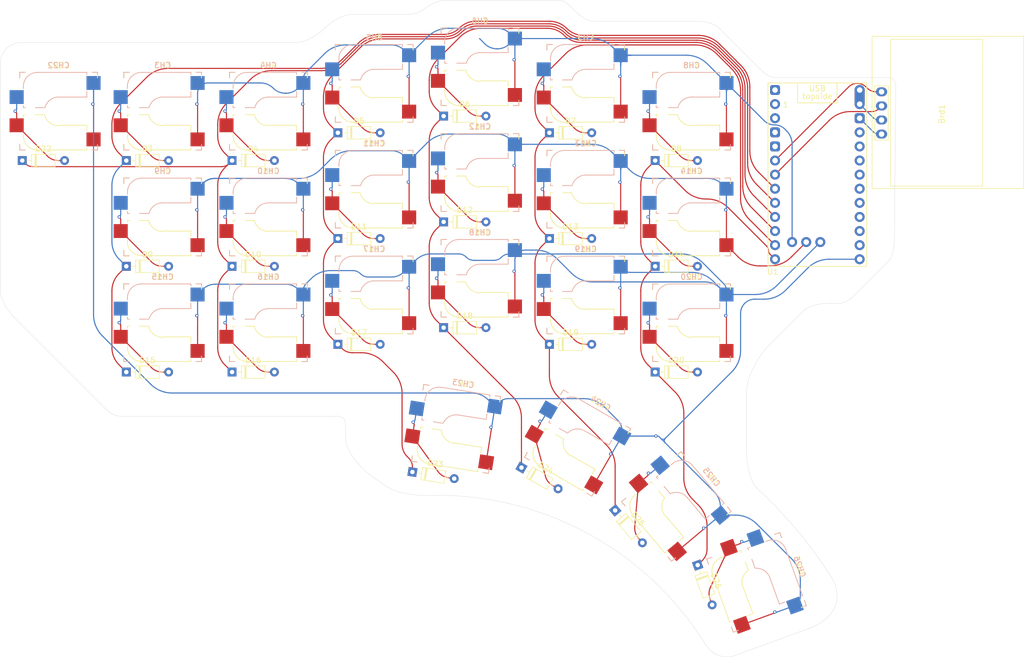
<source format=kicad_pcb>
(kicad_pcb (version 20241229) (generator "pcbnew") (generator_version "9.0")
  (layers (0 "F.Cu" signal) (2 "B.Cu" signal) (13 "F.Paste" user) (15 "B.Paste" user) (5 "F.SilkS" user "F.Silkscreen") (7 "B.SilkS" user "B.Silkscreen") (1 "F.Mask" user) (3 "B.Mask" user) (25 "Edge.Cuts" user))
  (net 0 "")
  (net 1 "Row1")
  (net 2 "Net-(D4-A)")
  (net 3 "Net-(D5-A)")
  (net 4 "Net-(D3-A)")
  (net 5 "Net-(D6-A)")
  (net 6 "Net-(D7-A)")
  (net 9 "Net-(D8-A)")
  (net 11 "Net-(D9-A)")
  (net 12 "VCC")
  (net 14 "SDA")
  (net 16 "Row2")
  (net 19 "Earth")
  (net 20 "Net-(D10-A)")
  (net 21 "SDL")
  (net 22 "Net-(D11-A)")
  (net 23 "Net-(D12-A)")
  (net 24 "Net-(D13-A)")
  (net 26 "Net-(D14-A)")
  (net 31 "Row3")
  (net 32 "Net-(D15-A)")
  (net 35 "Net-(D16-A)")
  (net 36 "Net-(D17-A)")
  (net 37 "Net-(D18-A)")
  (net 38 "Net-(D19-A)")
  (net 39 "Net-(D20-A)")
  (net 40 "Net-(D22-A)")
  (net 41 "Row4")
  (net 42 "Net-(D23-A)")
  (net 43 "Net-(D24-A)")
  (net 44 "Net-(D25-A)")
  (net 45 "Net-(D26-A)")
  (net 46 "Col1")
  (net 47 "Col2")
  (net 48 "Col3")
  (net 49 "Col4")
  (net 50 "Col5")
  (net 51 "Col6")
  (footprint "Library:Kailh_socket_MX_reversible" (layer "F.Cu") (at 196.863462 145.501639 -70)
    (property "Reference" "CH26")
    (property "Value" "KS33_SW_HS")
  )
  (footprint "Library:Kailh_socket_MX_reversible" (layer "F.Cu") (at 147.06 90.738)
    (property "Reference" "CH18")
    (property "Value" "KS33_SW_HS")
  )
  (footprint "Library:Kailh_socket_MX_reversible" (layer "F.Cu") (at 166.11 74.688)
    (property "Reference" "CH13")
    (property "Value" "KS33_SW_HS")
  )
  (footprint "PCM_marbastlib-xp-promicroish:SuperMini_nRF52840_AH_USBup" (layer "F.Cu") (at 207.826 73.338)
    (property "Reference" "U1")
    (property "Value" "SuperMini nRF52840")
  )
  (footprint "Diode_THT:D_DO-35_SOD27_P7.62mm_Horizontal" (layer "F.Cu") (at 83.366 88.578)
    (property "Reference" "D9")
    (property "Value" "1N4148")
  )
  (footprint "Library:Kailh_socket_MX_reversible" (layer "F.Cu") (at 166.11 93.738)
    (property "Reference" "CH19")
    (property "Value" "KS33_SW_HS")
  )
  (footprint "Library:Kailh_socket_MX_reversible" (layer "F.Cu") (at 147.06 71.688)
    (property "Reference" "CH12")
    (property "Value" "KS33_SW_HS")
  )
  (footprint "Diode_THT:D_DO-35_SOD27_P7.62mm_Horizontal" (layer "F.Cu") (at 159.566 102.628)
    (property "Reference" "D19")
    (property "Value" "1N4148")
  )
  (footprint "Library:Kailh_socket_MX_reversible" (layer "F.Cu") (at 182.426 131.838 -50)
    (property "Reference" "CH25")
    (property "Value" "KS33_SW_HS")
  )
  (footprint "Library:Kailh_socket_MX_reversible" (layer "F.Cu") (at 185.16 98.738)
    (property "Reference" "CH20")
    (property "Value" "KS33_SW_HS")
  )
  (footprint "Library:Kailh_socket_MX_reversible" (layer "F.Cu") (at 128.01 55.638)
    (property "Reference" "CH5")
    (property "Value" "KS33_SW_HS")
  )
  (footprint "Diode_THT:D_DO-35_SOD27_P7.62mm_Horizontal" (layer "F.Cu") (at 102.416 107.628)
    (property "Reference" "D16")
    (property "Value" "1N4148")
  )
  (footprint "Diode_THT:D_DO-35_SOD27_P7.62mm_Horizontal" (layer "F.Cu") (at 83.366 69.528)
    (property "Reference" "D3")
    (property "Value" "1N4148")
  )
  (footprint "Diode_THT:D_DO-35_SOD27_P7.62mm_Horizontal" (layer "F.Cu") (at 140.516 80.578)
    (property "Reference" "D12")
    (property "Value" "1N4148")
  )
  (footprint "Library:Kailh_socket_MX_reversible" (layer "F.Cu") (at 147.06 52.638)
    (property "Reference" "CH6")
    (property "Value" "KS33_SW_HS")
  )
  (footprint "Diode_THT:D_DO-35_SOD27_P7.62mm_Horizontal" (layer "F.Cu") (at 178.616 88.578)
    (property "Reference" "D14")
    (property "Value" "1N4148")
  )
  (footprint "Library:Kailh_socket_MX_reversible" (layer "F.Cu") (at 89.91 79.688)
    (property "Reference" "CH9")
    (property "Value" "KS33_SW_HS")
  )
  (footprint "Diode_THT:D_DO-35_SOD27_P7.62mm_Horizontal" (layer "F.Cu") (at 154.53373 124.834966 -30)
    (property "Reference" "D24")
    (property "Value" "1N4148")
  )
  (footprint "Library:Kailh_socket_MX_reversible" (layer "F.Cu") (at 128.01 93.738)
    (property "Reference" "CH17")
    (property "Value" "KS33_SW_HS")
  )
  (footprint "Library:Kailh_socket_MX_reversible" (layer "F.Cu") (at 128.01 74.688)
    (property "Reference" "CH11")
    (property "Value" "KS33_SW_HS")
  )
  (footprint "Diode_THT:D_DO-35_SOD27_P7.62mm_Horizontal" (layer "F.Cu") (at 178.616 69.528)
    (property "Reference" "D8")
    (property "Value" "1N4148")
  )
  (footprint "Library:Kailh_socket_MX_reversible" (layer "F.Cu") (at 108.96 79.688)
    (property "Reference" "CH10")
    (property "Value" "KS33_SW_HS")
  )
  (footprint "Diode_THT:D_DO-35_SOD27_P7.62mm_Horizontal" (layer "F.Cu") (at 171.409463 132.539387 -50)
    (property "Reference" "D25")
    (property "Value" "1N4148")
  )
  (footprint "Diode_THT:D_DO-35_SOD27_P7.62mm_Horizontal" (layer "F.Cu") (at 134.898063 125.624843 -9)
    (property "Reference" "D23")
    (property "Value" "1N4148")
  )
  (footprint "Diode_THT:D_DO-35_SOD27_P7.62mm_Horizontal" (layer "F.Cu") (at 102.416 69.528)
    (property "Reference" "D4")
    (property "Value" "1N4148")
  )
  (footprint "Diode_THT:D_DO-35_SOD27_P7.62mm_Horizontal" (layer "F.Cu") (at 159.566 64.528)
    (property "Reference" "D7")
    (property "Value" "1N4148")
  )
  (footprint "Diode_THT:D_DO-35_SOD27_P7.62mm_Horizontal" (layer "F.Cu") (at 83.366 107.628)
    (property "Reference" "D15")
    (property "Value" "1N4148")
  )
  (footprint "Library:Kailh_socket_MX_reversible" (layer "F.Cu") (at 89.91 98.738)
    (property "Reference" "CH15")
    (property "Value" "KS33_SW_HS")
  )
  (footprint "Library:Kailh_socket_MX_reversible" (layer "F.Cu") (at 108.96 60.638)
    (property "Reference" "CH4")
    (property "Value" "KS33_SW_HS")
  )
  (footprint "Library:Kailh_socket_MX_reversible" (layer "F.Cu") (at 185.16 60.638)
    (property "Reference" "CH8")
    (property "Value" "KS33_SW_HS")
  )
  (footprint "Diode_THT:D_DO-35_SOD27_P7.62mm_Horizontal" (layer "F.Cu") (at 140.516 99.628)
    (property "Reference" "D18")
    (property "Value" "1N4148")
  )
  (footprint "Library:Kailh_socket_MX_reversible" (layer "F.Cu") (at 185.16 79.688)
    (property "Reference" "CH14")
    (property "Value" "KS33_SW_HS")
  )
  (footprint "Library:SSD1306" (layer "F.Cu") (at 229.99 61.15 90)
    (property "Reference" "Brd1")
    (property "Value" "SSD1306")
  )
  (footprint "Diode_THT:D_DO-35_SOD27_P7.62mm_Horizontal" (layer "F.Cu") (at 102.416 88.578)
    (property "Reference" "D10")
    (property "Value" "1N4148")
  )
  (footprint "Diode_THT:D_DO-35_SOD27_P7.62mm_Horizontal" (layer "F.Cu") (at 186.271415 142.39285 -70)
    (property "Reference" "D26")
    (property "Value" "1N4148")
  )
  (footprint "Diode_THT:D_DO-35_SOD27_P7.62mm_Horizontal" (layer "F.Cu") (at 159.566 83.578)
    (property "Reference" "D13")
    (property "Value" "1N4148")
  )
  (footprint "Library:Kailh_socket_MX_reversible" (layer "F.Cu") (at 166.11 55.638)
    (property "Reference" "CH7")
    (property "Value" "KS33_SW_HS")
  )
  (footprint "Diode_THT:D_DO-35_SOD27_P7.62mm_Horizontal" (layer "F.Cu") (at 121.466 102.628)
    (property "Reference" "D17")
    (property "Value" "1N4148")
  )
  (footprint "Diode_THT:D_DO-35_SOD27_P7.62mm_Horizontal" (layer "F.Cu") (at 140.516 61.528)
    (property "Reference" "D6")
    (property "Value" "1N4148")
  )
  (footprint "Diode_THT:D_DO-35_SOD27_P7.62mm_Horizontal" (layer "F.Cu") (at 64.627881 69.528)
    (property "Reference" "D22")
    (property "Value" "1N4148")
  )
  (footprint "Library:Kailh_socket_MX_reversible" (layer "F.Cu") (at 164.646 120.408 -30)
    (property "Reference" "CH24")
    (property "Value" "KS33_SW_HS")
  )
  (footprint "Diode_THT:D_DO-35_SOD27_P7.62mm_Horizontal" (layer "F.Cu") (at 121.466 64.528)
    (property "Reference" "D5")
    (property "Value" "1N4148")
  )
  (footprint "Library:Kailh_socket_MX_reversible" (layer "F.Cu") (at 71.171881 60.638)
    (property "Reference" "CH22")
    (property "Value" "KS33_SW_HS")
  )
  (footprint "Library:Kailh_socket_MX_reversible" (layer "F.Cu") (at 108.96 98.738)
    (property "Reference" "CH16")
    (property "Value" "KS33_SW_HS")
  )
  (footprint "Library:Kailh_socket_MX_reversible" (layer "F.Cu") (at 142.752198 117.868 -9)
    (property "Reference" "CH23")
    (property "Value" "KS33_SW_HS")
  )
  (footprint "Library:Kailh_socket_MX_reversible" (layer "F.Cu") (at 89.91 60.638)
    (property "Reference" "CH3")
    (property "Value" "KS33_SW_HS")
  )
  (footprint "Diode_THT:D_DO-35_SOD27_P7.62mm_Horizontal" (layer "F.Cu") (at 121.466 83.578)
    (property "Reference" "D11")
    (property "Value" "1N4148")
  )
  (footprint "Diode_THT:D_DO-35_SOD27_P7.62mm_Horizontal" (layer "F.Cu") (at 178.616 107.628)
    (property "Reference" "D20")
    (property "Value" "1N4148")
  )
  (gr_line (start 221.93 55.88) (end 221.716 83.498) (stroke (width 0.05)) (layer "Edge.Cuts"))
  (gr_curve (pts (xy 159.7 40.64) (xy 162.24 40.64) (xy 162.24 40.64) (xy 164.145 42.545)) (stroke (width 0.05)) (layer "Edge.Cuts"))
  (gr_line (start 190.18 45.72) (end 197.8 53.34) (stroke (width 0.05)) (layer "Edge.Cuts"))
  (gr_arc (start 60.64 52.07) (mid 61.755923 49.375923) (end 64.45 48.26) (stroke (width 0.05)) (layer "Edge.Cuts"))
  (gr_curve (pts (xy 211.77 95.25) (xy 213.04 95.25) (xy 214.31 93.98) (xy 214.31 93.98)) (stroke (width 0.05)) (layer "Edge.Cuts"))
  (gr_line (start 124.14 43.18) (end 133.03 43.18) (stroke (width 0.05)) (layer "Edge.Cuts"))
  (gr_line (start 216.85 91.44) (end 214.31 93.98) (stroke (width 0.05)) (layer "Edge.Cuts"))
  (gr_curve (pts (xy 210.5 144.78) (xy 213.848159 151.067033) (xy 206.69 153.67) (xy 206.69 153.67)) (stroke (width 0.05)) (layer "Edge.Cuts"))
  (gr_line (start 140.65 40.64) (end 159.7 40.64) (stroke (width 0.05)) (layer "Edge.Cuts"))
  (gr_curve (pts (xy 120.33 115.57) (xy 122.87 115.57) (xy 122.87 115.57) (xy 122.87 119.38)) (stroke (width 0.05)) (layer "Edge.Cuts"))
  (gr_curve (pts (xy 186.37 44.45) (xy 188.91 44.45) (xy 190.18 45.72) (xy 190.18 45.72)) (stroke (width 0.05)) (layer "Edge.Cuts"))
  (gr_curve (pts (xy 133.03 43.18) (xy 135.57 43.18) (xy 135.57 43.18) (xy 137.475 41.91)) (stroke (width 0.05)) (layer "Edge.Cuts"))
  (gr_curve (pts (xy 164.145 42.545) (xy 166.05 44.45) (xy 167.32 44.45) (xy 167.32 44.45)) (stroke (width 0.05)) (layer "Edge.Cuts"))
  (gr_curve (pts (xy 139.38 129.822924) (xy 133.100075 130.170739) (xy 130.542563 128.425554) (xy 130.542563 128.425554)) (stroke (width 0.05)) (layer "Edge.Cuts"))
  (gr_curve (pts (xy 196.965637 128.537035) (xy 195 126.770853) (xy 195 121) (xy 195 121)) (stroke (width 0.05)) (layer "Edge.Cuts"))
  (gr_arc (start 139.38 129.822924) (mid 166.829985 136.886761) (end 187.460481 156.323379) (stroke (width 0.05)) (layer "Edge.Cuts"))
  (gr_curve (pts (xy 122.87 119.38) (xy 122.87 123.19) (xy 127.985042 126.680369) (xy 127.985042 126.680369)) (stroke (width 0.05)) (layer "Edge.Cuts"))
  (gr_line (start 195 121) (end 195 112) (stroke (width 0.05)) (layer "Edge.Cuts"))
  (gr_line (start 216.85 91.44) (end 220.66 87.63) (stroke (width 0.05)) (layer "Edge.Cuts"))
  (gr_line (start 200.34 54.61) (end 216.85 54.61) (stroke (width 0.05)) (layer "Edge.Cuts"))
  (gr_line (start 211.77 95.25) (end 209.865 95.25) (stroke (width 0.05)) (layer "Edge.Cuts"))
  (gr_line (start 60.64 52.07) (end 60.64 92.71) (stroke (width 0.05)) (layer "Edge.Cuts"))
  (gr_line (start 64.45 48.26) (end 113.98 48.26) (stroke (width 0.05)) (layer "Edge.Cuts"))
  (gr_curve (pts (xy 60.64 92.71) (xy 60.64 95.25) (xy 63.18 97.79) (xy 63.18 97.79)) (stroke (width 0.05)) (layer "Edge.Cuts"))
  (gr_curve (pts (xy 205.42 96.52) (xy 206.69 95.25) (xy 209.865 95.25) (xy 209.865 95.25)) (stroke (width 0.05)) (layer "Edge.Cuts"))
  (gr_line (start 130.542563 128.425553) (end 127.985042 126.680369) (stroke (width 0.05)) (layer "Edge.Cuts"))
  (gr_line (start 216.85 54.61) (end 220.66 54.61) (stroke (width 0.05)) (layer "Edge.Cuts"))
  (gr_line (start 120.33 115.57) (end 82.23 115.57) (stroke (width 0.05)) (layer "Edge.Cuts"))
  (gr_line (start 167.32 44.45) (end 186.37 44.45) (stroke (width 0.05)) (layer "Edge.Cuts"))
  (gr_line (start 63.18 97.79) (end 79.69 114.3) (stroke (width 0.05)) (layer "Edge.Cuts"))
  (gr_curve (pts (xy 137.475 41.91) (xy 139.38 40.64) (xy 140.65 40.64) (xy 140.65 40.64)) (stroke (width 0.05)) (layer "Edge.Cuts"))
  (gr_curve (pts (xy 79.69 114.3) (xy 80.96 115.57) (xy 82.23 115.57) (xy 82.23 115.57)) (stroke (width 0.05)) (layer "Edge.Cuts"))
  (gr_curve (pts (xy 195 112) (xy 195 106.898121) (xy 199.07 102.844479) (xy 199.07 102.844479)) (stroke (width 0.05)) (layer "Edge.Cuts"))
  (gr_curve (pts (xy 187.460481 156.323379) (xy 189.534717 159.887601) (xy 192.72 158.75) (xy 192.72 158.75)) (stroke (width 0.05)) (layer "Edge.Cuts"))
  (gr_curve (pts (xy 113.98 48.26) (xy 116.52 48.26) (xy 119.06 45.72) (xy 119.06 45.72)) (stroke (width 0.05)) (layer "Edge.Cuts"))
  (gr_arc (start 196.965639 128.537035) (mid 204.25386 136.224363) (end 210.5 144.78) (stroke (width 0.05)) (layer "Edge.Cuts"))
  (gr_line (start 199.07 102.844479) (end 205.42 96.52) (stroke (width 0.05)) (layer "Edge.Cuts"))
  (gr_curve (pts (xy 220.66 87.63) (xy 221.691979 86.598056) (xy 221.716 83.498) (xy 221.716 83.498)) (stroke (width 0.05)) (layer "Edge.Cuts"))
  (gr_line (start 192.72 158.75) (end 206.69 153.67) (stroke (width 0.05)) (layer "Edge.Cuts"))
  (gr_curve (pts (xy 119.06 45.72) (xy 121.6 43.18) (xy 124.14 43.18) (xy 124.14 43.18)) (stroke (width 0.05)) (layer "Edge.Cuts"))
  (gr_curve (pts (xy 197.8 53.34) (xy 199.07 54.61) (xy 200.34 54.61) (xy 200.34 54.61)) (stroke (width 0.05)) (layer "Edge.Cuts"))
  (gr_arc (start 220.66 54.61) (mid 221.558026 54.981974) (end 221.93 55.88) (stroke (width 0.05)) (layer "Edge.Cuts"))
  (segment (start 115.25 59.596752) (end 115.25 65.718) (width 0.2) (layer "F.Cu") (net 1))
  (segment (start 191.45 59.596752) (end 191.45 65.718) (width 0.2) (layer "F.Cu") (net 1))
  (segment (start 96.066 59.368) (end 96.133 59.435) (width 0.2) (layer "F.Cu") (net 1))
  (segment (start 153.35 51.596752) (end 153.35 57.718) (width 0.2) (layer "F.Cu") (net 1))
  (segment (start 96.2 59.596752) (end 96.2 65.718) (width 0.2) (layer "F.Cu") (net 1))
  (segment (start 172.4 54.596752) (end 172.4 60.718) (width 0.2) (layer "F.Cu") (net 1))
  (segment (start 172.266 54.368) (end 172.333 54.435) (width 0.2) (layer "F.Cu") (net 1))
  (segment (start 153.216 51.368) (end 153.283 51.435) (width 0.2) (layer "F.Cu") (net 1))
  (segment (start 134.3 54.596752) (end 134.3 60.718) (width 0.2) (layer "F.Cu") (net 1))
  (segment (start 191.316 59.368) (end 191.383 59.435) (width 0.2) (layer "F.Cu") (net 1))
  (segment (start 134.166 54.368) (end 134.233 54.435) (width 0.2) (layer "F.Cu") (net 1))
  (segment (start 115.116 59.368) (end 115.183 59.435) (width 0.2) (layer "F.Cu") (net 1))
  (via (at 191.316 59.368) (size 0.6) (drill 0.3) (layers "F.Cu" "B.Cu") (net 1))
  (via (at 134.166 54.368) (size 0.6) (drill 0.3) (layers "F.Cu" "B.Cu") (net 1))
  (via (at 153.216 51.368) (size 0.6) (drill 0.3) (layers "F.Cu" "B.Cu") (net 1))
  (via (at 115.116 59.368) (size 0.6) (drill 0.3) (layers "F.Cu" "B.Cu") (net 1))
  (via (at 96.066 59.368) (size 0.6) (drill 0.3) (layers "F.Cu" "B.Cu") (net 1))
  (via (at 172.266 54.368) (size 0.6) (drill 0.3) (layers "F.Cu" "B.Cu") (net 1))
  (arc (start 191.383 59.435) (mid 191.432587 59.509212) (end 191.45 59.596752) (width 0.2) (layer "F.Cu") (net 1))
  (arc (start 115.183 59.435) (mid 115.232587 59.509212) (end 115.25 59.596752) (width 0.2) (layer "F.Cu") (net 1))
  (arc (start 172.333 54.435) (mid 172.382587 54.509212) (end 172.4 54.596752) (width 0.2) (layer "F.Cu") (net 1))
  (arc (start 134.233 54.435) (mid 134.282587 54.509212) (end 134.3 54.596752) (width 0.2) (layer "F.Cu") (net 1))
  (arc (start 96.133 59.435) (mid 96.182587 59.509212) (end 96.2 59.596752) (width 0.2) (layer "F.Cu") (net 1))
  (arc (start 153.283 51.435) (mid 153.332587 51.509212) (end 153.35 51.596752) (width 0.2) (layer "F.Cu") (net 1))
  (segment (start 190.304548 54.412548) (end 192.595451 56.703451) (width 0.2) (layer "B.Cu") (net 1))
  (segment (start 98.038 55.558) (end 107.573436 55.558) (width 0.2) (layer "B.Cu") (net 1))
  (segment (start 203.2794 66.623494) (end 203.2794 84.21428) (width 0.2) (layer "B.Cu") (net 1))
  (segment (start 141.404963 45.707) (end 150.190145 45.707) (width 0.2) (layer "B.Cu") (net 1))
  (segment (start 114.737347 56.070652) (end 114.3245 56.4835) (width 0.2) (layer "B.Cu") (net 1))
  (segment (start 202.2512 64.1412) (end 202.007181 63.897181) (width 0.2) (layer "B.Cu") (net 1))
  (segment (start 96.2 57.396) (end 96.2 59.139247) (width 0.2) (layer "B.Cu") (net 1))
  (segment (start 174.238 50.558) (end 184.196036 50.558) (width 0.2) (layer "B.Cu") (net 1))
  (segment (start 131.140145 48.707) (end 122.904963 48.707) (width 0.2) (layer "B.Cu") (net 1))
  (segment (start 188.043792 52.151792) (end 190.304548 54.412548) (width 0.2) (layer "B.Cu") (net 1))
  (segment (start 115.25 56.283) (end 115.25 59.139247) (width 0.2) (layer "B.Cu") (net 1))
  (segment (start 115.25 54.833) (end 115.25 56.283) (width 0.2) (layer "B.Cu") (net 1))
  (segment (start 153.283 51.301) (end 153.216 51.368) (width 0.2) (layer "B.Cu") (net 1))
  (segment (start 134.166 54.368) (end 134.233 54.301) (width 0.2) (layer "B.Cu") (net 1))
  (segment (start 153.35 51.139247) (end 153.35 48.866854) (width 0.2) (layer "B.Cu") (net 1))
  (segment (start 191.383 59.301) (end 191.316 59.368) (width 0.2) (layer "B.Cu") (net 1))
  (segment (start 172.266 54.368) (end 172.333 54.301) (width 0.2) (layer "B.Cu") (net 1))
  (segment (start 115.762652 53.595347) (end 119.057207 50.300792) (width 0.2) (layer "B.Cu") (net 1))
  (segment (start 198.220818 62.328818) (end 192.595451 56.703451) (width 0.2) (layer "B.Cu") (net 1))
  (segment (start 134.3 51.866854) (end 134.3 54.139247) (width 0.2) (layer "B.Cu") (net 1))
  (segment (start 172.4 52.396) (end 172.4 54.139247) (width 0.2) (layer "B.Cu") (net 1))
  (segment (start 167.278679 47.558) (end 154.658854 47.558) (width 0.2) (layer "B.Cu") (net 1))
  (segment (start 191.45 59.139247) (end 191.45 57.177913) (width 0.2) (layer "B.Cu") (net 1))
  (segment (start 112.090145 57.409) (end 112.042145 57.409) (width 0.2) (layer "B.Cu") (net 1))
  (segment (start 135.225499 49.632499) (end 137.557207 47.300792) (width 0.2) (layer "B.Cu") (net 1))
  (segment (start 115.116 59.368) (end 115.183 59.301) (width 0.2) (layer "B.Cu") (net 1))
  (segment (start 150.190145 49.409) (end 150.142145 49.409) (width 0.2) (layer "B.Cu") (net 1))
  (segment (start 171.100337 49.258337) (end 170.9 49.058) (width 0.2) (layer "B.Cu") (net 1))
  (segment (start 147.907791 48.4835) (end 146.982291 47.558) (width 0.2) (layer "B.Cu") (net 1))
  (segment (start 96.066 59.368) (end 96.133 59.301) (width 0.2) (layer "B.Cu") (net 1))
  (arc (start 109.807791 56.4835) (mid 110.832921 57.16847) (end 112.042145 57.409) (width 0.2) (layer "B.Cu") (net 1))
  (arc (start 191.45 57.177913) (mid 191.152306 55.681308) (end 190.304548 54.412548) (width 0.2) (layer "B.Cu") (net 1))
  (arc (start 98.038 55.558) (mid 96.738337 56.096337) (end 96.2 57.396) (width 0.2) (layer "B.Cu") (net 1))
  (arc (start 202.007181 63.897181) (mid 201.138582 63.316802) (end 200.114 63.113) (width 0.2) (layer "B.Cu") (net 1))
  (arc (start 133.3745 49.6325) (mid 132.349369 48.947529) (end 131.140145 48.707) (width 0.2) (layer "B.Cu") (net 1))
  (arc (start 115.25 56.283) (mid 115.064616 56.005554) (end 114.737347 56.070652) (width 0.2) (layer "B.Cu") (net 1))
  (arc (start 153.35 48.866854) (mid 153.015324 48.365977) (end 152.4245 48.4835) (width 0.2) (layer "B.Cu") (net 1))
  (arc (start 202.2512 64.1412) (mid 203.012179 65.280086) (end 203.2794 66.623494) (width 0.2) (layer "B.Cu") (net 1))
  (arc (start 198.220818 62.328818) (mid 199.089417 62.909197) (end 200.114 63.113) (width 0.2) (layer "B.Cu") (net 1))
  (arc (start 141.404963 45.707) (mid 139.322572 46.121213) (end 137.557207 47.300792) (width 0.2) (layer "B.Cu") (net 1))
  (arc (start 172.4 52.396) (mid 172.062228 50.697909) (end 171.100337 49.258337) (width 0.2) (layer "B.Cu") (net 1))
  (arc (start 114.737347 56.070652) (mid 115.116765 55.502812) (end 115.25 54.833) (width 0.2) (layer "B.Cu") (net 1))
  (arc (start 96.2 59.139247) (mid 96.182587 59.226787) (end 96.133 59.301) (width 0.2) (layer "B.Cu") (net 1))
  (arc (start 152.4245 46.6325) (mid 153.44963 47.31747) (end 154.658854 47.558) (width 0.2) (layer "B.Cu") (net 1))
  (arc (start 147.907791 48.4835) (mid 148.932921 49.16847) (end 150.142145 49.409) (width 0.2) (layer "B.Cu") (net 1))
  (arc (start 192.595451 56.703451) (mid 191.864213 56.557998) (end 191.45 57.177913) (width 0.2) (layer "B.Cu") (net 1))
  (arc (start 152.4245 48.4835) (mid 151.399369 49.16847) (end 150.190145 49.409) (width 0.2) (layer "B.Cu") (net 1))
  (arc (start 172.4 54.139247) (mid 172.382587 54.226787) (end 172.333 54.301) (width 0.2) (layer "B.Cu") (net 1))
  (arc (start 171.100337 49.258337) (mid 172.539909 50.220228) (end 174.238 50.558) (width 0.2) (layer "B.Cu") (net 1))
  (arc (start 115.25 59.139247) (mid 115.232587 59.226787) (end 115.183 59.301) (width 0.2) (layer "B.Cu") (net 1))
  (arc (start 133.3745 49.6325) (mid 134.299999 50.015854) (end 135.225499 49.632499) (width 0.2) (layer "B.Cu") (net 1))
  (arc (start 174.238 50.558) (mid 172.938337 51.096337) (end 172.4 52.396) (width 0.2) (layer "B.Cu") (net 1))
  (arc (start 191.45 59.139247) (mid 191.432587 59.226787) (end 191.383 59.301) (width 0.2) (layer "B.Cu") (net 1))
  (arc (start 135.225499 49.632499) (mid 134.540529 50.65763) (end 134.3 51.866854) (width 0.2) (layer "B.Cu") (net 1))
  (arc (start 122.904963 48.707) (mid 120.822572 49.121213) (end 119.057207 50.300792) (width 0.2) (layer "B.Cu") (net 1))
  (arc (start 154.658854 47.558) (mid 153.733354 47.941354) (end 153.35 48.866854) (width 0.2) (layer "B.Cu") (net 1))
  (arc (start 134.3 51.866854) (mid 134.05947 50.65763) (end 133.3745 49.6325) (width 0.2) (layer "B.Cu") (net 1))
  (arc (start 134.3 54.139247) (mid 134.282587 54.226787) (end 134.233 54.301) (width 0.2) (layer "B.Cu") (net 1))
  (arc (start 188.043792 52.151792) (mid 186.278426 50.972213) (end 184.196036 50.558) (width 0.2) (layer "B.Cu") (net 1))
  (arc (start 152.4245 48.4835) (mid 152.807854 47.558) (end 152.4245 46.6325) (width 0.2) (layer "B.Cu") (net 1))
  (arc (start 115.762652 53.595347) (mid 115.383233 54.163187) (end 115.25 54.833) (width 0.2) (layer "B.Cu") (net 1))
  (arc (start 152.4245 46.6325) (mid 151.399369 45.947529) (end 150.190145 45.707) (width 0.2) (layer "B.Cu") (net 1))
  (arc (start 109.807791 56.4835) (mid 108.78266 55.798529) (end 107.573436 55.558) (width 0.2) (layer "B.Cu") (net 1))
  (arc (start 170.9 49.058) (mid 169.238523 47.947837) (end 167.278679 47.558) (width 0.2) (layer "B.Cu") (net 1))
  (arc (start 153.35 51.139247) (mid 153.332587 51.226787) (end 153.283 51.301) (width 0.2) (layer "B.Cu") (net 1))
  (arc (start 114.3245 56.4835) (mid 113.299369 57.16847) (end 112.090145 57.409) (width 0.2) (layer "B.Cu") (net 1))
  (segment (start 101.273 60.765) (end 101.146 60.638) (width 0.2) (layer "F.Cu") (net 2))
  (segment (start 108.893 69.528) (end 110.036 69.528) (width 0.2) (layer "F.Cu") (net 2))
  (segment (start 101.4 63.178) (end 106.941776 68.719776) (width 0.2) (layer "F.Cu") (net 2))
  (segment (start 101.4 61.071605) (end 101.4 63.178) (width 0.2) (layer "F.Cu") (net 2))
  (via (at 101.146 60.638) (size 0.6) (drill 0.3) (layers "F.Cu" "B.Cu") (net 2))
  (arc (start 106.941776 68.719776) (mid 107.837005 69.317949) (end 108.893 69.528) (width 0.2) (layer "F.Cu") (net 2))
  (arc (start 101.273 60.765) (mid 101.366993 60.905671) (end 101.4 61.071605) (width 0.2) (layer "F.Cu") (net 2))
  (segment (start 101.273 60.511) (end 101.146 60.638) (width 0.2) (layer "B.Cu") (net 2))
  (segment (start 101.4 60.204394) (end 101.4 58.098) (width 0.2) (layer "B.Cu") (net 2))
  (arc (start 101.4 60.204394) (mid 101.366993 60.370328) (end 101.273 60.511) (width 0.2) (layer "B.Cu") (net 2))
  (segment (start 127.943 64.528) (end 129.086 64.528) (width 0.2) (layer "F.Cu") (net 3))
  (segment (start 120.45 58.178) (end 125.991776 63.719776) (width 0.2) (layer "F.Cu") (net 3))
  (segment (start 120.196 55.638) (end 120.323 55.765) (width 0.2) (layer "F.Cu") (net 3))
  (segment (start 120.45 58.178) (end 120.45 56.071605) (width 0.2) (layer "F.Cu") (net 3))
  (via (at 120.196 55.638) (size 0.6) (drill 0.3) (layers "F.Cu" "B.Cu") (net 3))
  (arc (start 120.323 55.765) (mid 120.416993 55.905671) (end 120.45 56.071605) (width 0.2) (layer "F.Cu") (net 3))
  (arc (start 125.991776 63.719776) (mid 126.887005 64.317949) (end 127.943 64.528) (width 0.2) (layer "F.Cu") (net 3))
  (segment (start 120.45 55.204394) (end 120.45 53.098) (width 0.2) (layer "B.Cu") (net 3))
  (segment (start 120.196 55.638) (end 120.323 55.511) (width 0.2) (layer "B.Cu") (net 3))
  (arc (start 120.45 55.204394) (mid 120.416993 55.370328) (end 120.323 55.511) (width 0.2) (layer "B.Cu") (net 3))
  (segment (start 89.843 69.528) (end 90.986 69.528) (width 0.2) (layer "F.Cu") (net 4))
  (segment (start 87.891776 68.719776) (end 82.35 63.178) (width 0.2) (layer "F.Cu") (net 4))
  (segment (start 82.096 60.638) (end 82.223 60.765) (width 0.2) (layer "F.Cu") (net 4))
  (segment (start 82.35 61.071605) (end 82.35 63.178) (width 0.2) (layer "F.Cu") (net 4))
  (via (at 82.096 60.638) (size 0.6) (drill 0.3) (layers "F.Cu" "B.Cu") (net 4))
  (arc (start 82.223 60.765) (mid 82.316993 60.905671) (end 82.35 61.071605) (width 0.2) (layer "F.Cu") (net 4))
  (arc (start 87.891776 68.719776) (mid 88.787005 69.317949) (end 89.843 69.528) (width 0.2) (layer "F.Cu") (net 4))
  (segment (start 82.35 60.204394) (end 82.35 58.098) (width 0.2) (layer "B.Cu") (net 4))
  (segment (start 82.096 60.638) (end 82.223 60.511) (width 0.2) (layer "B.Cu") (net 4))
  (arc (start 82.35 60.204394) (mid 82.316993 60.370328) (end 82.223 60.511) (width 0.2) (layer "B.Cu") (net 4))
  (segment (start 139.246 52.638) (end 139.373 52.765) (width 0.2) (layer "F.Cu") (net 5))
  (segment (start 139.5 55.178) (end 139.5 53.071605) (width 0.2) (layer "F.Cu") (net 5))
  (segment (start 139.5 55.178) (end 145.041776 60.719776) (width 0.2) (layer "F.Cu") (net 5))
  (segment (start 146.993 61.528) (end 148.136 61.528) (width 0.2) (layer "F.Cu") (net 5))
  (via (at 139.246 52.638) (size 0.6) (drill 0.3) (layers "F.Cu" "B.Cu") (net 5))
  (arc (start 139.373 52.765) (mid 139.466993 52.905671) (end 139.5 53.071605) (width 0.2) (layer "F.Cu") (net 5))
  (arc (start 145.041776 60.719776) (mid 145.937005 61.317949) (end 146.993 61.528) (width 0.2) (layer "F.Cu") (net 5))
  (segment (start 139.246 52.638) (end 139.373 52.511) (width 0.2) (layer "B.Cu") (net 5))
  (segment (start 139.5 52.204394) (end 139.5 50.098) (width 0.2) (layer "B.Cu") (net 5))
  (arc (start 139.5 52.204394) (mid 139.466993 52.370328) (end 139.373 52.511) (width 0.2) (layer "B.Cu") (net 5))
  (segment (start 166.043 64.528) (end 167.186 64.528) (width 0.2) (layer "F.Cu") (net 6))
  (segment (start 158.55 58.178) (end 158.55 56.071605) (width 0.2) (layer "F.Cu") (net 6))
  (segment (start 158.55 58.178) (end 164.091776 63.719776) (width 0.2) (layer "F.Cu") (net 6))
  (segment (start 158.423 55.765) (end 158.296 55.638) (width 0.2) (layer "F.Cu") (net 6))
  (via (at 158.296 55.638) (size 0.6) (drill 0.3) (layers "F.Cu" "B.Cu") (net 6))
  (arc (start 158.423 55.765) (mid 158.516993 55.905671) (end 158.55 56.071605) (width 0.2) (layer "F.Cu") (net 6))
  (arc (start 164.091776 63.719776) (mid 164.987005 64.317949) (end 166.043 64.528) (width 0.2) (layer "F.Cu") (net 6))
  (segment (start 158.296 55.638) (end 158.423 55.511) (width 0.2) (layer "B.Cu") (net 6))
  (segment (start 158.55 55.204394) (end 158.55 53.098) (width 0.2) (layer "B.Cu") (net 6))
  (arc (start 158.55 55.204394) (mid 158.516993 55.370328) (end 158.423 55.511) (width 0.2) (layer "B.Cu") (net 6))
  (segment (start 177.473 60.765) (end 177.346 60.638) (width 0.2) (layer "F.Cu") (net 9))
  (segment (start 177.6 61.071605) (end 177.6 63.178) (width 0.2) (layer "F.Cu") (net 9))
  (segment (start 177.6 63.178) (end 183.141776 68.719776) (width 0.2) (layer "F.Cu") (net 9))
  (segment (start 185.093 69.528) (end 186.236 69.528) (width 0.2) (layer "F.Cu") (net 9))
  (via (at 177.346 60.638) (size 0.6) (drill 0.3) (layers "F.Cu" "B.Cu") (net 9))
  (arc (start 183.141776 68.719776) (mid 184.037005 69.317949) (end 185.093 69.528) (width 0.2) (layer "F.Cu") (net 9))
  (arc (start 177.473 60.765) (mid 177.566993 60.905671) (end 177.6 61.071605) (width 0.2) (layer "F.Cu") (net 9))
  (segment (start 177.473 60.511) (end 177.346 60.638) (width 0.2) (layer "B.Cu") (net 9))
  (segment (start 177.6 60.204394) (end 177.6 58.098) (width 0.2) (layer "B.Cu") (net 9))
  (arc (start 177.6 60.204394) (mid 177.566993 60.370328) (end 177.473 60.511) (width 0.2) (layer "B.Cu") (net 9))
  (segment (start 82.35 82.228) (end 87.891776 87.769776) (width 0.2) (layer "F.Cu") (net 11))
  (segment (start 82.35 80.121605) (end 82.35 82.228) (width 0.2) (layer "F.Cu") (net 11))
  (segment (start 89.843 88.578) (end 90.986 88.578) (width 0.2) (layer "F.Cu") (net 11))
  (segment (start 82.223 79.815) (end 82.096 79.688) (width 0.2) (layer "F.Cu") (net 11))
  (via (at 82.096 79.688) (size 0.6) (drill 0.3) (layers "F.Cu" "B.Cu") (net 11))
  (arc (start 82.223 79.815) (mid 82.316993 79.955671) (end 82.35 80.121605) (width 0.2) (layer "F.Cu") (net 11))
  (arc (start 87.891776 87.769776) (mid 88.787005 88.367949) (end 89.843 88.578) (width 0.2) (layer "F.Cu") (net 11))
  (segment (start 82.096 79.688) (end 82.223 79.561) (width 0.2) (layer "B.Cu") (net 11))
  (segment (start 82.35 79.254394) (end 82.35 77.148) (width 0.2) (layer "B.Cu") (net 11))
  (arc (start 82.35 79.254394) (mid 82.316993 79.420328) (end 82.223 79.561) (width 0.2) (layer "B.Cu") (net 11))
  (segment (start 217.925455 61.847455) (end 215.446 59.368) (width 0.2) (layer "B.Cu") (net 12))
  (segment (start 218.849 62.23) (end 219.39 62.23) (width 0.2) (layer "B.Cu") (net 12))
  (arc (start 217.925455 61.847455) (mid 218.349181 62.130579) (end 218.849 62.23) (width 0.2) (layer "B.Cu") (net 12))
  (segment (start 218.8815 60.1985) (end 219.39 59.69) (width 0.2) (layer "F.Cu") (net 14))
  (segment (start 209.973207 62.300792) (end 200.206 72.068) (width 0.2) (layer "F.Cu") (net 14))
  (segment (start 213.820963 60.707) (end 217.653872 60.707) (width 0.2) (layer "F.Cu") (net 14))
  (arc (start 218.8815 60.1985) (mid 218.318259 60.574845) (end 217.653872 60.707) (width 0.2) (layer "F.Cu") (net 14))
  (arc (start 213.820963 60.707) (mid 211.738572 61.121213) (end 209.973207 62.300792) (width 0.2) (layer "F.Cu") (net 14))
  (segment (start 153.35 70.646752) (end 153.35 76.768) (width 0.2) (layer "F.Cu") (net 16))
  (segment (start 191.383 78.485) (end 191.316 78.418) (width 0.2) (layer "F.Cu") (net 16))
  (segment (start 191.45 84.768) (end 193.597207 86.915207) (width 0.2) (layer "F.Cu") (net 16))
  (segment (start 199.270716 88.509) (end 197.444963 88.509) (width 0.2) (layer "F.Cu") (net 16))
  (segment (start 203.118472 86.915207) (end 205.8194 84.21428) (width 0.2) (layer "F.Cu") (net 16))
  (segment (start 96.066 78.418) (end 96.133 78.485) (width 0.2) (layer "F.Cu") (net 16))
  (segment (start 191.45 78.646752) (end 191.45 84.768) (width 0.2) (layer "F.Cu") (net 16))
  (segment (start 115.183 78.485) (end 115.116 78.418) (width 0.2) (layer "F.Cu") (net 16))
  (segment (start 96.2 78.646752) (end 96.2 84.768) (width 0.2) (layer "F.Cu") (net 16))
  (segment (start 172.266 73.418) (end 172.333 73.485) (width 0.2) (layer "F.Cu") (net 16))
  (segment (start 134.3 73.646752) (end 134.3 79.768) (width 0.2) (layer "F.Cu") (net 16))
  (segment (start 172.4 73.646752) (end 172.4 79.768) (width 0.2) (layer "F.Cu") (net 16))
  (segment (start 153.283 70.485) (end 153.216 70.418) (width 0.2) (layer "F.Cu") (net 16))
  (segment (start 115.25 78.646752) (end 115.25 84.768) (width 0.2) (layer "F.Cu") (net 16))
  (segment (start 134.166 73.418) (end 134.233 73.485) (width 0.2) (layer "F.Cu") (net 16))
  (via (at 96.066 78.418) (size 0.6) (drill 0.3) (layers "F.Cu" "B.Cu") (net 16))
  (via (at 115.116 78.418) (size 0.6) (drill 0.3) (layers "F.Cu" "B.Cu") (net 16))
  (via (at 153.216 70.418) (size 0.6) (drill 0.3) (layers "F.Cu" "B.Cu") (net 16))
  (via (at 134.166 73.418) (size 0.6) (drill 0.3) (layers "F.Cu" "B.Cu") (net 16))
  (via (at 191.316 78.418) (size 0.6) (drill 0.3) (layers "F.Cu" "B.Cu") (net 16))
  (via (at 172.266 73.418) (size 0.6) (drill 0.3) (layers "F.Cu" "B.Cu") (net 16))
  (arc (start 115.183 78.485) (mid 115.232587 78.559212) (end 115.25 78.646752) (width 0.2) (layer "F.Cu") (net 16))
  (arc (start 153.283 70.485) (mid 153.332587 70.559212) (end 153.35 70.646752) (width 0.2) (layer "F.Cu") (net 16))
  (arc (start 172.333 73.485) (mid 172.382587 73.559212) (end 172.4 73.646752) (width 0.2) (layer "F.Cu") (net 16))
  (arc (start 193.597207 86.915207) (mid 195.362572 88.094786) (end 197.444963 88.509) (width 0.2) (layer "F.Cu") (net 16))
  (arc (start 96.133 78.485) (mid 96.182587 78.559212) (end 96.2 78.646752) (width 0.2) (layer "F.Cu") (net 16))
  (arc (start 203.118472 86.915207) (mid 201.353106 88.094786) (end 199.270716 88.509) (width 0.2) (layer "F.Cu") (net 16))
  (arc (start 191.383 78.485) (mid 191.432587 78.559212) (end 191.45 78.646752) (width 0.2) (layer "F.Cu") (net 16))
  (arc (start 134.233 73.485) (mid 134.282587 73.559212) (end 134.3 73.646752) (width 0.2) (layer "F.Cu") (net 16))
  (segment (start 153.216 70.418) (end 153.283 70.351) (width 0.2) (layer "B.Cu") (net 16))
  (segment (start 154.658854 66.608) (end 167.278679 66.608) (width 0.2) (layer "B.Cu") (net 16))
  (segment (start 190.621573 73.779573) (end 190.5245 73.6825) (width 0.2) (layer "B.Cu") (net 16))
  (segment (start 114.460036 72.757) (end 99.222572 72.757) (width 0.2) (layer "B.Cu") (net 16))
  (segment (start 171.254548 68.462548) (end 173.545451 70.753451) (width 0.2) (layer "B.Cu") (net 16))
  (segment (start 188.290145 72.757) (end 177.775679 72.757) (width 0.2) (layer "B.Cu") (net 16))
  (segment (start 137.557207 66.350792) (end 135.2255 68.6825) (width 0.2) (layer "B.Cu") (net 16))
  (segment (start 191.45 75.779572) (end 191.45 78.552) (width 0.2) (layer "B.Cu") (net 16))
  (segment (start 134.3 70.916854) (end 134.3 73.189247) (width 0.2) (layer "B.Cu") (net 16))
  (segment (start 171.254548 68.462548) (end 170.9 68.108) (width 0.2) (layer "B.Cu") (net 16))
  (segment (start 173.545451 70.753451) (end 173.9745 71.1825) (width 0.2) (layer "B.Cu") (net 16))
  (segment (start 97.125499 73.682499) (end 97.222573 73.585426) (width 0.2) (layer "B.Cu") (net 16))
  (segment (start 96.066 78.418) (end 96.133 78.351) (width 0.2) (layer "B.Cu") (net 16))
  (segment (start 141.404963 64.757) (end 150.190145 64.757) (width 0.2) (layer "B.Cu") (net 16))
  (segment (start 112.090145 72.757) (end 99.222572 72.757) (width 0.2) (layer "B.Cu") (net 16))
  (segment (start 191.316 78.418) (end 191.383 78.351) (width 0.2) (layer "B.Cu") (net 16))
  (segment (start 120.120206 69.350792) (end 118.307792 71.163207) (width 0.2) (layer "B.Cu") (net 16))
  (segment (start 115.25 75.916854) (end 115.25 78.189247) (width 0.2) (layer "B.Cu") (net 16))
  (segment (start 153.35 67.916854) (end 153.35 70.189247) (width 0.2) (layer "B.Cu") (net 16))
  (segment (start 123.967963 67.757) (end 131.140145 67.757) (width 0.2) (layer "B.Cu") (net 16))
  (segment (start 172.266 73.418) (end 172.333 73.351) (width 0.2) (layer "B.Cu") (net 16))
  (segment (start 115.116 78.418) (end 115.183 78.351) (width 0.2) (layer "B.Cu") (net 16))
  (segment (start 96.2 75.916854) (end 96.2 78.189247) (width 0.2) (layer "B.Cu") (net 16))
  (segment (start 134.166 73.418) (end 134.233 73.351) (width 0.2) (layer "B.Cu") (net 16))
  (segment (start 172.4 71.227913) (end 172.4 73.189247) (width 0.2) (layer "B.Cu") (net 16))
  (segment (start 191.45 75.779572) (end 191.45 78.189247) (width 0.2) (layer "B.Cu") (net 16))
  (arc (start 97.125499 73.682499) (mid 96.440529 74.70763) (end 96.2 75.916854) (width 0.2) (layer "B.Cu") (net 16))
  (arc (start 135.2255 68.6825) (mid 134.540529 69.70763) (end 134.3 70.916854) (width 0.2) (layer "B.Cu") (net 16))
  (arc (start 191.45 75.779572) (mid 191.45 75.779572) (end 191.45 75.779572) (width 0.2) (layer "B.Cu") (net 16))
  (arc (start 191.45 78.189247) (mid 191.432587 78.276787) (end 191.383 78.351) (width 0.2) (layer "B.Cu") (net 16))
  (arc (start 153.35 67.916854) (mid 153.10947 66.70763) (end 152.4245 65.6825) (width 0.2) (layer "B.Cu") (net 16))
  (arc (start 123.967963 67.757) (mid 121.885572 68.171213) (end 120.120206 69.350792) (width 0.2) (layer "B.Cu") (net 16))
  (arc (start 114.3245 73.6825) (mid 113.299369 72.997529) (end 112.090145 72.757) (width 0.2) (layer "B.Cu") (net 16))
  (arc (start 99.222572 72.757) (mid 98.14018 72.9723) (end 97.222573 73.585426) (width 0.2) (layer "B.Cu") (net 16))
  (arc (start 96.2 78.189247) (mid 96.182587 78.276787) (end 96.133 78.351) (width 0.2) (layer "B.Cu") (net 16))
  (arc (start 191.45 75.779572) (mid 191.234698 74.69718) (end 190.621573 73.779573) (width 0.2) (layer "B.Cu") (net 16))
  (arc (start 190.5245 73.6825) (mid 189.499369 72.997529) (end 188.290145 72.757) (width 0.2) (layer "B.Cu") (net 16))
  (arc (start 172.4 73.189247) (mid 172.382587 73.276787) (end 172.333 73.351) (width 0.2) (layer "B.Cu") (net 16))
  (arc (start 190.621573 73.779573) (mid 191.234698 74.69718) (end 191.45 75.779572) (width 0.2) (layer "B.Cu") (net 16))
  (arc (start 118.307792 71.163207) (mid 116.542426 72.342786) (end 114.460036 72.757) (width 0.2) (layer "B.Cu") (net 16))
  (arc (start 134.3 70.916854) (mid 134.05947 69.70763) (end 133.3745 68.6825) (width 0.2) (layer "B.Cu") (net 16))
  (arc (start 99.222572 72.757) (mid 99.222572 72.757) (end 99.222572 72.757) (width 0.2) (layer "B.Cu") (net 16))
  (arc (start 115.25 78.189247) (mid 115.232587 78.276787) (end 115.183 78.351) (width 0.2) (layer "B.Cu") (net 16))
  (arc (start 152.4245 65.6825) (mid 151.399369 64.997529) (end 150.190145 64.757) (width 0.2) (layer "B.Cu") (net 16))
  (arc (start 134.3 73.189247) (mid 134.282587 73.276787) (end 134.233 73.351) (width 0.2) (layer "B.Cu") (net 16))
  (arc (start 152.4245 65.6825) (mid 153.44963 66.36747) (end 154.658854 66.608) (width 0.2) (layer "B.Cu") (net 16))
  (arc (start 173.545451 70.753451) (mid 172.814213 70.607998) (end 172.4 71.227913) (width 0.2) (layer "B.Cu") (net 16))
  (arc (start 172.4 71.227913) (mid 172.102306 69.731308) (end 171.254548 68.462548) (width 0.2) (layer "B.Cu") (net 16))
  (arc (start 133.3745 68.6825) (mid 134.3 69.065854) (end 135.2255 68.6825) (width 0.2) (layer "B.Cu") (net 16))
  (arc (start 153.35 70.189247) (mid 153.332587 70.276787) (end 153.283 70.351) (width 0.2) (layer "B.Cu") (net 16))
  (arc (start 133.3745 68.6825) (mid 132.349369 67.997529) (end 131.140145 67.757) (width 0.2) (layer "B.Cu") (net 16))
  (arc (start 170.9 68.108) (mid 169.238523 66.997837) (end 167.278679 66.608) (width 0.2) (layer "B.Cu") (net 16))
  (arc (start 154.658854 66.608) (mid 153.733354 66.991354) (end 153.35 67.916854) (width 0.2) (layer "B.Cu") (net 16))
  (arc (start 97.222573 73.585426) (mid 98.14018 72.9723) (end 99.222572 72.757) (width 0.2) (layer "B.Cu") (net 16))
  (arc (start 114.3245 73.6825) (mid 115.00947 74.70763) (end 115.25 75.916854) (width 0.2) (layer "B.Cu") (net 16))
  (arc (start 141.404963 64.757) (mid 139.322572 65.171213) (end 137.557207 66.350792) (width 0.2) (layer "B.Cu") (net 16))
  (arc (start 173.9745 71.1825) (mid 175.718495 72.3478) (end 177.775679 72.757) (width 0.2) (layer "B.Cu") (net 16))
  (segment (start 218.849 64.77) (end 219.39 64.77) (width 0.2) (layer "B.Cu") (net 19))
  (segment (start 217.925455 64.387455) (end 215.446 61.908) (width 0.2) (layer "B.Cu") (net 19))
  (arc (start 217.925455 64.387455) (mid 218.349181 64.670579) (end 218.849 64.77) (width 0.2) (layer "B.Cu") (net 19))
  (segment (start 101.4 80.121605) (end 101.4 82.228) (width 0.2) (layer "F.Cu") (net 20))
  (segment (start 108.893 88.578) (end 110.036 88.578) (width 0.2) (layer "F.Cu") (net 20))
  (segment (start 101.146 79.688) (end 101.273 79.815) (width 0.2) (layer "F.Cu") (net 20))
  (segment (start 106.941776 87.769776) (end 101.4 82.228) (width 0.2) (layer "F.Cu") (net 20))
  (via (at 101.146 79.688) (size 0.6) (drill 0.3) (layers "F.Cu" "B.Cu") (net 20))
  (arc (start 101.273 79.815) (mid 101.366993 79.955671) (end 101.4 80.121605) (width 0.2) (layer "F.Cu") (net 20))
  (arc (start 106.941776 87.769776) (mid 107.837005 88.367949) (end 108.893 88.578) (width 0.2) (layer "F.Cu") (net 20))
  (segment (start 101.146 79.688) (end 101.273 79.561) (width 0.2) (layer "B.Cu") (net 20))
  (segment (start 101.4 79.254394) (end 101.4 77.148) (width 0.2) (layer "B.Cu") (net 20))
  (arc (start 101.4 79.254394) (mid 101.366993 79.420328) (end 101.273 79.561) (width 0.2) (layer "B.Cu") (net 20))
  (segment (start 216.59276 56.27629) (end 216.786399 56.469929) (width 0.2) (layer "F.Cu") (net 21))
  (segment (start 218.428235 57.15) (end 219.39 57.15) (width 0.2) (layer "F.Cu") (net 21))
  (segment (start 213.457709 56.27629) (end 200.206 69.528) (width 0.2) (layer "F.Cu") (net 21))
  (arc (start 216.59276 56.27629) (mid 215.873573 55.795744) (end 215.025235 55.627) (width 0.2) (layer "F.Cu") (net 21))
  (arc (start 216.786399 56.469929) (mid 217.539679 56.973255) (end 218.428235 57.15) (width 0.2) (layer "F.Cu") (net 21))
  (arc (start 215.025235 55.627) (mid 214.176896 55.795744) (end 213.457709 56.27629) (width 0.2) (layer "F.Cu") (net 21))
  (segment (start 125.991776 82.769776) (end 120.45 77.228) (width 0.2) (layer "F.Cu") (net 22))
  (segment (start 120.45 75.121605) (end 120.45 77.228) (width 0.2) (layer "F.Cu") (net 22))
  (segment (start 120.323 74.815) (end 120.196 74.688) (width 0.2) (layer "F.Cu") (net 22))
  (segment (start 127.943 83.578) (end 129.086 83.578) (width 0.2) (layer "F.Cu") (net 22))
  (via (at 120.196 74.688) (size 0.6) (drill 0.3) (layers "F.Cu" "B.Cu") (net 22))
  (arc (start 120.323 74.815) (mid 120.416993 74.955671) (end 120.45 75.121605) (width 0.2) (layer "F.Cu") (net 22))
  (arc (start 125.991776 82.769776) (mid 126.887005 83.367949) (end 127.943 83.578) (width 0.2) (layer "F.Cu") (net 22))
  (segment (start 120.45 74.254394) (end 120.45 72.148) (width 0.2) (layer "B.Cu") (net 22))
  (segment (start 120.323 74.561) (end 120.196 74.688) (width 0.2) (layer "B.Cu") (net 22))
  (arc (start 120.45 74.254394) (mid 120.416993 74.420328) (end 120.323 74.561) (width 0.2) (layer "B.Cu") (net 22))
  (segment (start 139.5 72.121605) (end 139.5 74.228) (width 0.2) (layer "F.Cu") (net 23))
  (segment (start 146.993 80.578) (end 148.136 80.578) (width 0.2) (layer "F.Cu") (net 23))
  (segment (start 139.373 71.815) (end 139.246 71.688) (width 0.2) (layer "F.Cu") (net 23))
  (segment (start 139.5 74.228) (end 145.041776 79.769776) (width 0.2) (layer "F.Cu") (net 23))
  (via (at 139.246 71.688) (size 0.6) (drill 0.3) (layers "F.Cu" "B.Cu") (net 23))
  (arc (start 145.041776 79.769776) (mid 145.937005 80.367949) (end 146.993 80.578) (width 0.2) (layer "F.Cu") (net 23))
  (arc (start 139.373 71.815) (mid 139.466993 71.955671) (end 139.5 72.121605) (width 0.2) (layer "F.Cu") (net 23))
  (segment (start 139.5 71.254394) (end 139.5 69.148) (width 0.2) (layer "B.Cu") (net 23))
  (segment (start 139.373 71.561) (end 139.246 71.688) (width 0.2) (layer "B.Cu") (net 23))
  (arc (start 139.5 71.254394) (mid 139.466993 71.420328) (end 139.373 71.561) (width 0.2) (layer "B.Cu") (net 23))
  (segment (start 164.091776 82.769776) (end 158.55 77.228) (width 0.2) (layer "F.Cu") (net 24))
  (segment (start 158.55 75.121605) (end 158.55 77.228) (width 0.2) (layer "F.Cu") (net 24))
  (segment (start 158.423 74.815) (end 158.296 74.688) (width 0.2) (layer "F.Cu") (net 24))
  (segment (start 166.043 83.578) (end 167.186 83.578) (width 0.2) (layer "F.Cu") (net 24))
  (via (at 158.296 74.688) (size 0.6) (drill 0.3) (layers "F.Cu" "B.Cu") (net 24))
  (arc (start 164.091776 82.769776) (mid 164.987005 83.367949) (end 166.043 83.578) (width 0.2) (layer "F.Cu") (net 24))
  (arc (start 158.423 74.815) (mid 158.516993 74.955671) (end 158.55 75.121605) (width 0.2) (layer "F.Cu") (net 24))
  (segment (start 158.55 74.254394) (end 158.55 72.148) (width 0.2) (layer "B.Cu") (net 24))
  (segment (start 158.423 74.561) (end 158.296 74.688) (width 0.2) (layer "B.Cu") (net 24))
  (arc (start 158.55 74.254394) (mid 158.516993 74.420328) (end 158.423 74.561) (width 0.2) (layer "B.Cu") (net 24))
  (segment (start 177.6 80.121605) (end 177.6 82.228) (width 0.2) (layer "F.Cu") (net 26))
  (segment (start 183.141776 87.769776) (end 177.6 82.228) (width 0.2) (layer "F.Cu") (net 26))
  (segment (start 177.346 79.688) (end 177.473 79.815) (width 0.2) (layer "F.Cu") (net 26))
  (segment (start 185.093 88.578) (end 186.236 88.578) (width 0.2) (layer "F.Cu") (net 26))
  (via (at 177.346 79.688) (size 0.6) (drill 0.3) (layers "F.Cu" "B.Cu") (net 26))
  (arc (start 177.473 79.815) (mid 177.566993 79.955671) (end 177.6 80.121605) (width 0.2) (layer "F.Cu") (net 26))
  (arc (start 183.141776 87.769776) (mid 184.037005 88.367949) (end 185.093 88.578) (width 0.2) (layer "F.Cu") (net 26))
  (segment (start 177.346 79.688) (end 177.473 79.561) (width 0.2) (layer "B.Cu") (net 26))
  (segment (start 177.6 79.254394) (end 177.6 77.148) (width 0.2) (layer "B.Cu") (net 26))
  (arc (start 177.6 79.254394) (mid 177.566993 79.420328) (end 177.473 79.561) (width 0.2) (layer "B.Cu") (net 26))
  (segment (start 96.066 97.468) (end 96.133 97.535) (width 0.2) (layer "F.Cu") (net 31))
  (segment (start 96.2 97.696752) (end 96.2 103.818) (width 0.2) (layer "F.Cu") (net 31))
  (segment (start 153.35 89.696752) (end 153.35 95.818) (width 0.2) (layer "F.Cu") (net 31))
  (segment (start 134.3 92.696752) (end 134.3 98.818) (width 0.2) (layer "F.Cu") (net 31))
  (segment (start 191.45 97.696752) (end 191.45 103.818) (width 0.2) (layer "F.Cu") (net 31))
  (segment (start 115.25 97.696752) (end 115.25 103.818) (width 0.2) (layer "F.Cu") (net 31))
  (segment (start 134.166 92.468) (end 134.233 92.535) (width 0.2) (layer "F.Cu") (net 31))
  (segment (start 191.316 97.468) (end 191.383 97.535) (width 0.2) (layer "F.Cu") (net 31))
  (segment (start 172.266 92.468) (end 172.333 92.535) (width 0.2) (layer "F.Cu") (net 31))
  (segment (start 172.4 92.696752) (end 172.4 98.818) (width 0.2) (layer "F.Cu") (net 31))
  (segment (start 115.183 97.535) (end 115.116 97.468) (width 0.2) (layer "F.Cu") (net 31))
  (segment (start 153.216 89.468) (end 153.283 89.535) (width 0.2) (layer "F.Cu") (net 31))
  (via (at 172.266 92.468) (size 0.6) (drill 0.3) (layers "F.Cu" "B.Cu") (net 31))
  (via (at 134.166 92.468) (size 0.6) (drill 0.3) (layers "F.Cu" "B.Cu") (net 31))
  (via (at 191.316 97.468) (size 0.6) (drill 0.3) (layers "F.Cu" "B.Cu") (net 31))
  (via (at 115.116 97.468) (size 0.6) (drill 0.3) (layers "F.Cu" "B.Cu") (net 31))
  (via (at 96.066 97.468) (size 0.6) (drill 0.3) (layers "F.Cu" "B.Cu") (net 31))
  (via (at 153.216 89.468) (size 0.6) (drill 0.3) (layers "F.Cu" "B.Cu") (net 31))
  (arc (start 172.333 92.535) (mid 172.382587 92.609212) (end 172.4 92.696752) (width 0.2) (layer "F.Cu") (net 31))
  (arc (start 115.183 97.535) (mid 115.232587 97.609212) (end 115.25 97.696752) (width 0.2) (layer "F.Cu") (net 31))
  (arc (start 191.383 97.535) (mid 191.432587 97.609212) (end 191.45 97.696752) (width 0.2) (layer "F.Cu") (net 31))
  (arc (start 153.283 89.535) (mid 153.332587 89.609212) (end 153.35 89.696752) (width 0.2) (layer "F.Cu") (net 31))
  (arc (start 134.233 92.535) (mid 134.282587 92.609212) (end 134.3 92.696752) (width 0.2) (layer "F.Cu") (net 31))
  (arc (start 96.133 97.535) (mid 96.182587 97.609212) (end 96.2 97.696752) (width 0.2) (layer "F.Cu") (net 31))
  (segment (start 138.245123 86.347) (end 143.19505 86.347) (width 0.2) (layer "B.Cu") (net 31))
  (segment (start 153.35 87.496) (end 153.35 89.239247) (width 0.2) (layer "B.Cu") (net 31))
  (segment (start 99.359854 91.807) (end 112.090145 91.807) (width 0.2) (layer "B.Cu") (net 31))
  (segment (start 185.217036 89.679) (end 174.142956 89.679) (width 0.2) (layer "B.Cu") (net 31))
  (segment (start 115.183 97.401) (end 115.116 97.468) (width 0.2) (layer "B.Cu") (net 31))
  (segment (start 134.233 92.401) (end 134.166 92.468) (width 0.2) (layer "B.Cu") (net 31))
  (segment (start 116.680499 90.777499) (end 115.762652 91.695347) (width 0.2) (layer "B.Cu") (net 31))
  (segment (start 167.366772 91.3931) (end 187.583573 91.3931) (width 0.2) (layer "B.Cu") (net 31))
  (segment (start 190.937347 91.695347) (end 187.195792 87.953792) (width 0.2) (layer "B.Cu") (net 31))
  (segment (start 157.123745 85.658) (end 155.188 85.658) (width 0.2) (layer "B.Cu") (net 31))
  (segment (start 135.4555 87.5025) (end 135.2255 87.7325) (width 0.2) (layer "B.Cu") (net 31))
  (segment (start 192.175 93.658) (end 196.661716 93.658) (width 0.2) (layer "B.Cu") (net 31))
  (segment (start 115.25 97.239247) (end 115.25 94.383) (width 0.2) (layer "B.Cu") (net 31))
  (segment (start 200.509472 92.064207) (end 208.3594 84.21428) (width 0.2) (layer "B.Cu") (net 31))
  (segment (start 153.216 89.468) (end 153.283 89.401) (width 0.2) (layer "B.Cu") (net 31))
  (segment (start 114.737347 93.145347) (end 114.3245 92.7325) (width 0.2) (layer "B.Cu") (net 31))
  (segment (start 189.064792 91.272792) (end 190.937347 93.145347) (width 0.2) (layer "B.Cu") (net 31))
  (segment (start 96.2 97.239247) (end 96.2 94.966854) (width 0.2) (layer "B.Cu") (net 31))
  (segment (start 146.000367 87.509) (end 149.554243 87.509) (width 0.2) (layer "B.Cu") (net 31))
  (segment (start 133.3745 89.5835) (end 135.2255 87.7325) (width 0.2) (layer "B.Cu") (net 31))
  (segment (start 191.316 97.468) (end 191.383 97.401) (width 0.2) (layer "B.Cu") (net 31))
  (segment (start 96.133 97.401) (end 96.066 97.468) (width 0.2) (layer "B.Cu") (net 31))
  (segment (start 191.45 94.383) (end 191.45 97.239247) (width 0.2) (layer "B.Cu") (net 31))
  (segment (start 172.333 92.401) (end 172.266 92.468) (width 0.2) (layer "B.Cu") (net 31))
  (segment (start 131.140145 90.509) (end 126.950367 90.509) (width 0.2) (layer "B.Cu") (net 31))
  (segment (start 134.3 92.239247) (end 134.3 89.966854) (width 0.2) (layer "B.Cu") (net 31))
  (segment (start 120.134032 89.347) (end 124.14505 89.347) (width 0.2) (layer "B.Cu") (net 31))
  (segment (start 163.519016 89.799307) (end 160.971501 87.251792) (width 0.2) (layer "B.Cu") (net 31))
  (segment (start 190.937347 93.145347) (end 190.31755 92.52555) (width 0.2) (layer "B.Cu") (net 31))
  (segment (start 172.4 92.239247) (end 172.4 89.379956) (width 0.2) (layer "B.Cu") (net 31))
  (segment (start 115.25 92.933) (end 115.25 94.383) (width 0.2) (layer "B.Cu") (net 31))
  (segment (start 152.328174 86.36) (end 183.348036 86.36) (width 0.2) (layer "B.Cu") (net 31))
  (arc (start 172.4 92.239247) (mid 172.382587 92.326787) (end 172.333 92.401) (width 0.2) (layer "B.Cu") (net 31))
  (arc (start 191.45 92.933) (mid 191.662347 93.445652) (end 192.175 93.658) (width 0.2) (layer "B.Cu") (net 31))
  (arc (start 200.509472 92.064207) (mid 198.744106 93.243786) (end 196.661716 93.658) (width 0.2) (layer "B.Cu") (net 31))
  (arc (start 114.737347 93.145347) (mid 115.064616 93.210445) (end 115.25 92.933) (width 0.2) (layer "B.Cu") (net 31))
  (arc (start 190.937347 93.145347) (mid 190.937347 93.145347) (end 190.937347 93.145347) (width 0.2) (layer "B.Cu") (net 31))
  (arc (start 115.762652 91.695347) (mid 115.383233 92.263187) (end 115.25 92.933) (width 0.2) (layer "B.Cu") (net 31))
  (arc (start 172.9105 89.1685) (mid 173.475955 89.546325) (end 174.142956 89.679) (width 0.2) (layer "B.Cu") (net 31))
  (arc (start 114.3245 92.7325) (mid 113.299369 92.047529) (end 112.090145 91.807) (width 0.2) (layer "B.Cu") (net 31))
  (arc (start 163.519016 89.799307) (mid 165.284381 90.978886) (end 167.366772 91.3931) (width 0.2) (layer "B.Cu") (net 31))
  (arc (start 97.1255 92.7325) (mid 96.440529 93.75763) (end 96.2 94.966854) (width 0.2) (layer "B.Cu") (net 31))
  (arc (start 153.35 89.239247) (mid 153.332587 89.326787) (end 153.283 89.401) (width 0.2) (layer "B.Cu") (net 31))
  (arc (start 99.359854 91.807) (mid 98.15063 92.047529) (end 97.1255 92.7325) (width 0.2) (layer "B.Cu") (net 31))
  (arc (start 134.3 92.239247) (mid 134.282587 92.326787) (end 134.233 92.401) (width 0.2) (layer "B.Cu") (net 31))
  (arc (start 144.597709 86.928) (mid 145.241253 87.358003) (end 146.000367 87.509) (width 0.2) (layer "B.Cu") (net 31))
  (arc (start 172.9105 89.1685) (mid 172.584604 89.103675) (end 172.4 89.379956) (width 0.2) (layer "B.Cu") (net 31))
  (arc (start 133.3745 89.5835) (mid 132.349369 90.26847) (end 131.140145 90.509) (width 0.2) (layer "B.Cu") (net 31))
  (arc (start 125.547709 89.928) (mid 124.904163 89.497996) (end 124.14505 89.347) (width 0.2) (layer "B.Cu") (net 31))
  (arc (start 96.2 97.239247) (mid 96.182587 97.326787) (end 96.133 97.401) (width 0.2) (layer "B.Cu") (net 31))
  (arc (start 191.45 94.383) (mid 191.316765 93.713187) (end 190.937347 93.145347) (width 0.2) (layer "B.Cu") (net 31))
  (arc (start 190.937347 93.145347) (mid 191.264616 93.210445) (end 191.45 92.933) (width 0.2) (layer "B.Cu") (net 31))
  (arc (start 115.25 97.239247) (mid 115.232587 97.326787) (end 115.183 97.401) (width 0.2) (layer "B.Cu") (net 31))
  (arc (start 160.971501 87.251792) (mid 159.206135 86.072213) (end 157.123745 85.658) (width 0.2) (layer "B.Cu") (net 31))
  (arc (start 135.2255 87.7325) (mid 134.540529 88.75763) (end 134.3 89.966854) (width 0.2) (layer "B.Cu") (net 31))
  (arc (start 190.31755 92.52555) (mid 189.06319 91.687414) (end 187.583573 91.3931) (width 0.2) (layer "B.Cu") (net 31))
  (arc (start 189.064792 91.272792) (mid 187.299426 90.093213) (end 185.217036 89.679) (width 0.2) (layer "B.Cu") (net 31))
  (arc (start 134.3 89.966854) (mid 133.965324 89.465977) (end 133.3745 89.5835) (width 0.2) (layer "B.Cu") (net 31))
  (arc (start 152.328174 86.36) (mid 151.577554 86.509307) (end 150.941209 86.9345) (width 0.2) (layer "B.Cu") (net 31))
  (arc (start 115.25 94.383) (mid 115.116765 93.713187) (end 114.737347 93.145347) (width 0.2) (layer "B.Cu") (net 31))
  (arc (start 187.195792 87.953792) (mid 185.430426 86.774213) (end 183.348036 86.36) (width 0.2) (layer "B.Cu") (net 31))
  (arc (start 150.941209 86.9345) (mid 150.304863 87.359692) (end 149.554243 87.509) (width 0.2) (layer "B.Cu") (net 31))
  (arc (start 192.175 93.658) (mid 191.662347 93.870347) (end 191.45 94.383) (width 0.2) (layer "B.Cu") (net 31))
  (arc (start 155.188 85.658) (mid 153.888337 86.196337) (end 153.35 87.496) (width 0.2) (layer "B.Cu") (net 31))
  (arc (start 144.597709 86.928) (mid 143.954163 86.497996) (end 143.19505 86.347) (width 0.2) (layer "B.Cu") (net 31))
  (arc (start 190.937347 91.695347) (mid 191.316765 92.263187) (end 191.45 92.933) (width 0.2) (layer "B.Cu") (net 31))
  (arc (start 138.245123 86.347) (mid 136.73539 86.647304) (end 135.4555 87.5025) (width 0.2) (layer "B.Cu") (net 31))
  (arc (start 120.134032 89.347) (mid 118.264993 89.718774) (end 116.680499 90.777499) (width 0.2) (layer "B.Cu") (net 31))
  (arc (start 125.547709 89.928) (mid 126.191253 90.358003) (end 126.950367 90.509) (width 0.2) (layer "B.Cu") (net 31))
  (arc (start 191.45 97.239247) (mid 191.432587 97.326787) (end 191.383 97.401) (width 0.2) (layer "B.Cu") (net 31))
  (segment (start 82.096 98.738) (end 82.223 98.865) (width 0.2) (layer "F.Cu") (net 32))
  (segment (start 82.35 99.171605) (end 82.35 101.278) (width 0.2) (layer "F.Cu") (net 32))
  (segment (start 89.843 107.628) (end 90.986 107.628) (width 0.2) (layer "F.Cu") (net 32))
  (segment (start 87.891776 106.819776) (end 82.35 101.278) (width 0.2) (layer "F.Cu") (net 32))
  (via (at 82.096 98.738) (size 0.6) (drill 0.3) (layers "F.Cu" "B.Cu") (net 32))
  (arc (start 87.891776 106.819776) (mid 88.787005 107.417949) (end 89.843 107.628) (width 0.2) (layer "F.Cu") (net 32))
  (arc (start 82.223 98.865) (mid 82.316993 99.005671) (end 82.35 99.171605) (width 0.2) (layer "F.Cu") (net 32))
  (segment (start 82.35 98.304394) (end 82.35 96.198) (width 0.2) (layer "B.Cu") (net 32))
  (segment (start 82.096 98.738) (end 82.223 98.611) (width 0.2) (layer "B.Cu") (net 32))
  (arc (start 82.35 98.304394) (mid 82.316993 98.470328) (end 82.223 98.611) (width 0.2) (layer "B.Cu") (net 32))
  (segment (start 101.4 99.171605) (end 101.4 101.278) (width 0.2) (layer "F.Cu") (net 35))
  (segment (start 101.4 101.278) (end 106.941776 106.819776) (width 0.2) (layer "F.Cu") (net 35))
  (segment (start 108.893 107.628) (end 110.036 107.628) (width 0.2) (layer "F.Cu") (net 35))
  (segment (start 101.273 98.865) (end 101.146 98.738) (width 0.2) (layer "F.Cu") (net 35))
  (via (at 101.146 98.738) (size 0.6) (drill 0.3) (layers "F.Cu" "B.Cu") (net 35))
  (arc (start 106.941776 106.819776) (mid 107.837005 107.417949) (end 108.893 107.628) (width 0.2) (layer "F.Cu") (net 35))
  (arc (start 101.273 98.865) (mid 101.366993 99.005671) (end 101.4 99.171605) (width 0.2) (layer "F.Cu") (net 35))
  (segment (start 101.4 98.304394) (end 101.4 96.198) (width 0.2) (layer "B.Cu") (net 35))
  (segment (start 101.146 98.738) (end 101.273 98.611) (width 0.2) (layer "B.Cu") (net 35))
  (arc (start 101.4 98.304394) (mid 101.366993 98.470328) (end 101.273 98.611) (width 0.2) (layer "B.Cu") (net 35))
  (segment (start 127.943 102.628) (end 129.086 102.628) (width 0.2) (layer "F.Cu") (net 36))
  (segment (start 120.45 96.278) (end 125.991776 101.819776) (width 0.2) (layer "F.Cu") (net 36))
  (segment (start 120.196 93.738) (end 120.323 93.865) (width 0.2) (layer "F.Cu") (net 36))
  (segment (start 120.45 96.278) (end 120.45 94.171605) (width 0.2) (layer "F.Cu") (net 36))
  (via (at 120.196 93.738) (size 0.6) (drill 0.3) (layers "F.Cu" "B.Cu") (net 36))
  (arc (start 120.323 93.865) (mid 120.416993 94.005671) (end 120.45 94.171605) (width 0.2) (layer "F.Cu") (net 36))
  (arc (start 125.991776 101.819776) (mid 126.887005 102.417949) (end 127.943 102.628) (width 0.2) (layer "F.Cu") (net 36))
  (segment (start 120.196 93.738) (end 120.323 93.611) (width 0.2) (layer "B.Cu") (net 36))
  (segment (start 120.45 93.304394) (end 120.45 91.198) (width 0.2) (layer "B.Cu") (net 36))
  (arc (start 120.45 93.304394) (mid 120.416993 93.470328) (end 120.323 93.611) (width 0.2) (layer "B.Cu") (net 36))
  (segment (start 139.5 93.278) (end 139.5 91.171605) (width 0.2) (layer "F.Cu") (net 37))
  (segment (start 146.993 99.628) (end 148.136 99.628) (width 0.2) (layer "F.Cu") (net 37))
  (segment (start 139.246 90.738) (end 139.373 90.865) (width 0.2) (layer "F.Cu") (net 37))
  (segment (start 139.5 93.278) (end 145.041776 98.819776) (width 0.2) (layer "F.Cu") (net 37))
  (via (at 139.246 90.738) (size 0.6) (drill 0.3) (layers "F.Cu" "B.Cu") (net 37))
  (arc (start 139.373 90.865) (mid 139.466993 91.005671) (end 139.5 91.171605) (width 0.2) (layer "F.Cu") (net 37))
  (arc (start 145.041776 98.819776) (mid 145.937005 99.417949) (end 146.993 99.628) (width 0.2) (layer "F.Cu") (net 37))
  (segment (start 139.246 90.738) (end 139.373 90.611) (width 0.2) (layer "B.Cu") (net 37))
  (segment (start 139.5 90.304394) (end 139.5 88.198) (width 0.2) (layer "B.Cu") (net 37))
  (arc (start 139.5 90.304394) (mid 139.466993 90.470328) (end 139.373 90.611) (width 0.2) (layer "B.Cu") (net 37))
  (segment (start 158.55 96.278) (end 158.55 94.171605) (width 0.2) (layer "F.Cu") (net 38))
  (segment (start 158.55 96.278) (end 164.091776 101.819776) (width 0.2) (layer "F.Cu") (net 38))
  (segment (start 166.043 102.628) (end 167.186 102.628) (width 0.2) (layer "F.Cu") (net 38))
  (segment (start 158.296 93.738) (end 158.423 93.865) (width 0.2) (layer "F.Cu") (net 38))
  (via (at 158.296 93.738) (size 0.6) (drill 0.3) (layers "F.Cu" "B.Cu") (net 38))
  (arc (start 158.423 93.865) (mid 158.516993 94.005671) (end 158.55 94.171605) (width 0.2) (layer "F.Cu") (net 38))
  (arc (start 164.091776 101.819776) (mid 164.987005 102.417949) (end 166.043 102.628) (width 0.2) (layer "F.Cu") (net 38))
  (segment (start 158.55 93.304394) (end 158.55 91.198) (width 0.2) (layer "B.Cu") (net 38))
  (segment (start 158.296 93.738) (end 158.423 93.611) (width 0.2) (layer "B.Cu") (net 38))
  (arc (start 158.55 93.304394) (mid 158.516993 93.470328) (end 158.423 93.611) (width 0.2) (layer "B.Cu") (net 38))
  (segment (start 185.093 107.628) (end 186.236 107.628) (width 0.2) (layer "F.Cu") (net 39))
  (segment (start 177.473 98.865) (end 177.346 98.738) (width 0.2) (layer "F.Cu") (net 39))
  (segment (start 177.6 99.171605) (end 177.6 101.278) (width 0.2) (layer "F.Cu") (net 39))
  (segment (start 183.141776 106.819776) (end 177.6 101.278) (width 0.2) (layer "F.Cu") (net 39))
  (via (at 177.346 98.738) (size 0.6) (drill 0.3) (layers "F.Cu" "B.Cu") (net 39))
  (arc (start 177.473 98.865) (mid 177.566993 99.005671) (end 177.6 99.171605) (width 0.2) (layer "F.Cu") (net 39))
  (arc (start 183.141776 106.819776) (mid 184.037005 107.417949) (end 185.093 107.628) (width 0.2) (layer "F.Cu") (net 39))
  (segment (start 177.6 98.304394) (end 177.6 96.198) (width 0.2) (layer "B.Cu") (net 39))
  (segment (start 177.473 98.611) (end 177.346 98.738) (width 0.2) (layer "B.Cu") (net 39))
  (arc (start 177.6 98.304394) (mid 177.566993 98.470328) (end 177.473 98.611) (width 0.2) (layer "B.Cu") (net 39))
  (segment (start 69.153657 68.719776) (end 63.611881 63.178) (width 0.2) (layer "F.Cu") (net 40))
  (segment (start 63.611881 61.071605) (end 63.611881 63.178) (width 0.2) (layer "F.Cu") (net 40))
  (segment (start 71.104881 69.528) (end 72.247881 69.528) (width 0.2) (layer "F.Cu") (net 40))
  (segment (start 63.484881 60.765) (end 63.357881 60.638) (width 0.2) (layer "F.Cu") (net 40))
  (via (at 63.357881 60.638) (size 0.6) (drill 0.3) (layers "F.Cu" "B.Cu") (net 40))
  (arc (start 63.484881 60.765) (mid 63.578874 60.905671) (end 63.611881 61.071605) (width 0.2) (layer "F.Cu") (net 40))
  (arc (start 69.153657 68.719776) (mid 70.048886 69.317949) (end 71.104881 69.528) (width 0.2) (layer "F.Cu") (net 40))
  (segment (start 63.611881 60.204394) (end 63.611881 58.098) (width 0.2) (layer "B.Cu") (net 40))
  (segment (start 63.484881 60.511) (end 63.357881 60.638) (width 0.2) (layer "B.Cu") (net 40))
  (arc (start 63.611881 60.204394) (mid 63.578874 60.370328) (end 63.484881 60.511) (width 0.2) (layer "B.Cu") (net 40))
  (segment (start 199.993221 151.056178) (end 194.241131 153.149768) (width 0.2) (layer "F.Cu") (net 41))
  (segment (start 170.613923 122.651252) (end 167.5533 127.952409) (width 0.2) (layer "F.Cu") (net 41))
  (segment (start 149.127644 117.823543) (end 148.170071 123.869431) (width 0.2) (layer "F.Cu") (net 41))
  (segment (start 170.636776 122.477671) (end 170.612253 122.386148) (width 0.2) (layer "F.Cu") (net 41))
  (segment (start 149.086773 117.653303) (end 149.03108 117.576648) (width 0.2) (layer "F.Cu") (net 41))
  (segment (start 77.394881 59.435) (end 77.327881 59.368) (width 0.2) (layer "F.Cu") (net 41))
  (segment (start 187.266776 135.987118) (end 182.577629 139.921781) (width 0.2) (layer "F.Cu") (net 41))
  (segment (start 77.461881 59.596752) (end 77.461881 65.718) (width 0.2) (layer "F.Cu") (net 41))
  (segment (start 187.355877 135.73743) (end 187.347619 135.831821) (width 0.2) (layer "F.Cu") (net 41))
  (segment (start 200.162348 150.852021) (end 200.122304 150.937896) (width 0.2) (layer "F.Cu") (net 41))
  (via (at 170.612253 122.386148) (size 0.6) (drill 0.3) (layers "F.Cu" "B.Cu") (net 41))
  (via (at 187.355877 135.73743) (size 0.6) (drill 0.3) (layers "F.Cu" "B.Cu") (net 41))
  (via (at 149.03108 117.576648) (size 0.6) (drill 0.3) (layers "F.Cu" "B.Cu") (net 41))
  (via (at 200.162348 150.852021) (size 0.6) (drill 0.3) (layers "F.Cu" "B.Cu") (net 41))
  (via (at 77.327881 59.368) (size 0.6) (drill 0.3) (layers "F.Cu" "B.Cu") (net 41))
  (via (at 178.75 119.153591) (size 0.6) (drill 0.3) (layers "F.Cu" "B.Cu") (net 41))
  (arc (start 170.636776 122.477671) (mid 170.642613 122.566734) (end 170.613923 122.651252) (width 0.2) (layer "F.Cu") (net 41))
  (arc (start 77.394881 59.435) (mid 77.444468 59.509212) (end 77.461881 59.596752) (width 0.2) (layer "F.Cu") (net 41))
  (arc (start 187.347619 135.831821) (mid 187.322642 135.91751) (end 187.266776 135.987118) (width 0.2) (layer "F.Cu") (net 41))
  (arc (start 149.086773 117.653303) (mid 149.12414 117.734358) (end 149.127644 117.823543) (width 0.2) (layer "F.Cu") (net 41))
  (arc (start 200.122304 150.937896) (mid 200.069526 151.009875) (end 199.993221 151.056178) (width 0.2) (layer "F.Cu") (net 41))
  (segment (start 173.673445 119.153591) (end 178.75 119.153591) (width 0.2) (layer "B.Cu") (net 41))
  (segment (start 170.842676 122.255042) (end 172.113227 120.054383) (width 0.2) (layer "B.Cu") (net 41))
  (segment (start 180.435579 120.386077) (end 189.271723 129.22222) (width 0.2) (layer "B.Cu") (net 41))
  (segment (start 206.098207 88.901792) (end 202.093792 92.906207) (width 0.2) (layer "B.Cu") (net 41))
  (segment (start 169.561055 114.001055) (end 171.897806 116.337806) (width 0.2) (layer "B.Cu") (net 41))
  (segment (start 204.276035 149.187214) (end 203.788407 149.674843) (width 0.2) (layer "B.Cu") (net 41))
  (segment (start 180.435579 119.56442) (end 192.406207 107.593792) (width 0.2) (layer "B.Cu") (net 41))
  (segment (start 179.363286 119.313784) (end 179.613922 119.56442) (width 0.2) (layer "B.Cu") (net 41))
  (segment (start 170.612253 122.386148) (end 170.703776 122.361624) (width 0.2) (layer "B.Cu") (net 41))
  (segment (start 189.180961 134.380926) (end 187.617245 135.69304) (width 0.2) (layer "B.Cu") (net 41))
  (segment (start 149.601567 114.831311) (end 149.199213 117.371673) (width 0.2) (layer "B.Cu") (net 41))
  (segment (start 178.976547 119.153591) (end 178.75 119.153591) (width 0.2) (layer "B.Cu") (net 41))
  (segment (start 204.763664 145.091998) (end 204.763664 148.009975) (width 0.2) (layer "B.Cu") (net 41))
  (segment (start 148.54063 112.615701) (end 149.045818 113.120889) (width 0.2) (layer "B.Cu") (net 41))
  (segment (start 180.435579 120.386077) (end 179.613922 119.56442) (width 0.2) (layer "B.Cu") (net 41))
  (segment (start 200.423136 150.899701) (end 203.788408 149.674843) (width 0.2) (layer "B.Cu") (net 41))
  (segment (start 187.450269 135.745688) (end 187.355877 135.73743) (width 0.2) (layer "B.Cu") (net 41))
  (segment (start 196.56066 94.5) (end 198.246036 94.5) (width 0.2) (layer "B.Cu") (net 41))
  (segment (start 145.598152 111.396887) (end 91.59085 111.396887) (width 0.2) (layer "B.Cu") (net 41))
  (segment (start 194 103.746036) (end 194 97.06066) (width 0.2) (layer "B.Cu") (net 41))
  (segment (start 77.461881 59.139247) (end 77.461881 56.729572) (width 0.2) (layer "B.Cu") (net 41))
  (segment (start 209.945963 87.308) (end 215.446 87.308) (width 0.2) (layer "B.Cu") (net 41))
  (segment (start 191.9006 133.391058) (end 193.062723 133.391058) (width 0.2) (layer "B.Cu") (net 41))
  (segment (start 203.169871 141.244242) (end 196.910479 134.98485) (width 0.2) (layer "B.Cu") (net 41))
  (segment (start 77.394881 59.301) (end 77.327881 59.368) (width 0.2) (layer "B.Cu") (net 41))
  (segment (start 165.713299 112.407263) (end 152.195915 112.407263) (width 0.2) (layer "B.Cu") (net 41))
  (segment (start 79.055673 101.115673) (end 87.743094 109.803094) (width 0.2) (layer "B.Cu") (net 41))
  (segment (start 77.461881 97.267917) (end 77.461881 56.729572) (width 0.2) (layer "B.Cu") (net 41))
  (segment (start 149.107735 117.520953) (end 149.03108 117.576648) (width 0.2) (layer "B.Cu") (net 41))
  (segment (start 200.248223 150.892065) (end 200.162348 150.852021) (width 0.2) (layer "B.Cu") (net 41))
  (arc (start 170.842676 122.255042) (mid 170.783826 122.322147) (end 170.703776 122.361624) (width 0.2) (layer "B.Cu") (net 41))
  (arc (start 77.461881 97.267917) (mid 77.876094 99.350307) (end 79.055673 101.115673) (width 0.2) (layer "B.Cu") (net 41))
  (arc (start 171.897806 116.337806) (mid 172.442151 117.152476) (end 172.6333 118.113445) (width 0.2) (layer "B.Cu") (net 41))
  (arc (start 150.47307 113.120889) (mid 149.901866 113.907083) (end 149.601567 114.831311) (width 0.2) (layer "B.Cu") (net 41))
  (arc (start 87.743094 109.803094) (mid 89.508459 110.982673) (end 91.59085 111.396887) (width 0.2) (layer "B.Cu") (net 41))
  (arc (start 191.9006 133.391058) (mid 190.45351 133.646219) (end 189.180961 134.380926) (width 0.2) (layer "B.Cu") (net 41))
  (arc (start 179.613922 119.56442) (mid 180.02475 119.73459) (end 180.435579 119.56442) (width 0.2) (layer "B.Cu") (net 41))
  (arc (start 187.450269 135.745688) (mid 187.538993 135.73597) (end 187.617245 135.69304) (width 0.2) (layer "B.Cu") (net 41))
  (arc (start 194 103.746036) (mid 193.585786 105.828426) (end 192.406207 107.593792) (width 0.2) (layer "B.Cu") (net 41))
  (arc (start 200.248223 150.892065) (mid 200.33492 150.913279) (end 200.423136 150.899701) (width 0.2) (layer "B.Cu") (net 41))
  (arc (start 172.113227 120.054383) (mid 172.501028 119.118148) (end 172.6333 118.113445) (width 0.2) (layer "B.Cu") (net 41))
  (arc (start 196.910479 134.98485) (mid 195.145113 133.805271) (end 193.062723 133.391058) (width 0.2) (layer "B.Cu") (net 41))
  (arc (start 77.461881 59.139247) (mid 77.444468 59.226787) (end 77.394881 59.301) (width 0.2) (layer "B.Cu") (net 41))
  (arc (start 172.6333 118.113445) (mid 172.937951 118.848939) (end 173.673445 119.153591) (width 0.2) (layer "B.Cu") (net 41))
  (arc (start 149.199213 117.371673) (mid 149.16832 117.455411) (end 149.107735 117.520953) (width 0.2) (layer "B.Cu") (net 41))
  (arc (start 209.945963 87.308) (mid 207.863572 87.722213) (end 206.098207 88.901792) (width 0.2) (layer "B.Cu") (net 41))
  (arc (start 189.180961 134.380926) (mid 190.051225 133.246775) (end 190.36064 131.851097) (width 0.2) (layer "B.Cu") (net 41))
  (arc (start 152.195915 112.407263) (mid 151.263518 112.592728) (end 150.47307 113.120889) (width 0.2) (layer "B.Cu") (net 41))
  (arc (start 189.271723 129.22222) (mid 190.077639 130.428359) (end 190.36064 131.851097) (width 0.2) (layer "B.Cu") (net 41))
  (arc (start 203.169871 141.244242) (mid 204.34945 143.009607) (end 204.763664 145.091998) (width 0.2) (layer "B.Cu") (net 41))
  (arc (start 202.093792 92.906207) (mid 200.328426 94.085786) (end 198.246036 94.5) (width 0.2) (layer "B.Cu") (net 41))
  (arc (start 77.461881 56.729572) (mid 77.461881 56.729572) (end 77.461881 56.729572) (width 0.2) (layer "B.Cu") (net 41))
  (arc (start 204.763664 148.009975) (mid 204.636933 148.647092) (end 204.276035 149.187214) (width 0.2) (layer "B.Cu") (net 41))
  (arc (start 149.601567 114.831311) (mid 149.52901 113.909387) (end 149.045818 113.120889) (width 0.2) (layer "B.Cu") (net 41))
  (arc (start 179.363286 119.313784) (mid 179.185848 119.195223) (end 178.976547 119.153591) (width 0.2) (layer "B.Cu") (net 41))
  (arc (start 180.435579 119.56442) (mid 180.265408 119.975248) (end 180.435579 120.386077) (width 0.2) (layer "B.Cu") (net 41))
  (arc (start 169.561055 114.001055) (mid 167.795689 112.821476) (end 165.713299 112.407263) (width 0.2) (layer "B.Cu") (net 41))
  (arc (start 149.045818 113.120889) (mid 149.759444 113.416482) (end 150.47307 113.120889) (width 0.2) (layer "B.Cu") (net 41))
  (arc (start 190.36064 131.851097) (mid 190.811683 132.940013) (end 191.9006 133.391058) (width 0.2) (layer "B.Cu") (net 41))
  (arc (start 196.56066 94.5) (mid 195.580737 94.694918) (end 194.75 95.25) (width 0.2) (layer "B.Cu") (net 41))
  (arc (start 194.75 95.25) (mid 194.194918 96.080737) (end 194 97.06066) (width 0.2) (layer "B.Cu") (net 41))
  (arc (start 173.673445 119.153591) (mid 172.772652 119.394957) (end 172.113227 120.054383) (width 0.2) (layer "B.Cu") (net 41))
  (arc (start 148.54063 112.615701) (mid 147.190609 111.713646) (end 145.598152 111.396887) (width 0.2) (layer "B.Cu") (net 41))
  (segment (start 134.88793 119.194085) (end 139.494553 125.534557) (width 0.2) (layer "F.Cu") (net 42))
  (segment (start 141.29532 126.638069) (end 142.424249 126.816874) (width 0.2) (layer "F.Cu") (net 42))
  (segment (start 135.034401 116.645622) (end 135.13997 116.790926) (width 0.2) (layer "F.Cu") (net 42))
  (segment (start 135.217443 117.113624) (end 134.88793 119.194085) (width 0.2) (layer "F.Cu") (net 42))
  (via (at 135.034401 116.645622) (size 0.6) (drill 0.3) (layers "F.Cu" "B.Cu") (net 42))
  (arc (start 139.494553 125.534557) (mid 140.285185 126.26541) (end 141.29532 126.638069) (width 0.2) (layer "F.Cu") (net 42))
  (arc (start 135.13997 116.790926) (mid 135.210801 116.944569) (end 135.217443 117.113624) (width 0.2) (layer "F.Cu") (net 42))
  (segment (start 135.034401 116.645622) (end 135.179705 116.540052) (width 0.2) (layer "B.Cu") (net 42))
  (segment (start 135.353105 116.257088) (end 135.682618 114.176629) (width 0.2) (layer "B.Cu") (net 42))
  (arc (start 135.353105 116.257088) (mid 135.294547 116.415816) (end 135.179705 116.540052) (width 0.2) (layer "B.Cu") (net 42))
  (segment (start 157.925363 116.674485) (end 157.878878 116.501) (width 0.2) (layer "F.Cu") (net 43))
  (segment (start 158.857278 126.397912) (end 156.828848 118.827705) (width 0.2) (layer "F.Cu") (net 43))
  (segment (start 160.142976 128.073466) (end 161.132843 128.644966) (width 0.2) (layer "F.Cu") (net 43))
  (segment (start 156.828848 118.827705) (end 157.882045 117.003512) (width 0.2) (layer "F.Cu") (net 43))
  (via (at 157.878878 116.501) (size 0.6) (drill 0.3) (layers "F.Cu" "B.Cu") (net 43))
  (arc (start 157.925363 116.674485) (mid 157.936427 116.843306) (end 157.882045 117.003512) (width 0.2) (layer "F.Cu") (net 43))
  (arc (start 158.857278 126.397912) (mid 159.333483 127.363559) (end 160.142976 128.073466) (width 0.2) (layer "F.Cu") (net 43))
  (segment (start 157.878878 116.501) (end 158.052363 116.454515) (width 0.2) (layer "B.Cu") (net 43))
  (segment (start 158.31565 116.252487) (end 159.368848 114.428295) (width 0.2) (layer "B.Cu") (net 43))
  (arc (start 158.31565 116.252487) (mid 158.204099 116.379686) (end 158.052363 116.454515) (width 0.2) (layer "B.Cu") (net 43))
  (segment (start 177.387604 126.03105) (end 177.403258 125.852129) (width 0.2) (layer "F.Cu") (net 44))
  (segment (start 177.234365 126.325419) (end 176.496362 126.944678) (width 0.2) (layer "F.Cu") (net 44))
  (segment (start 175.572798 137.501057) (end 176.307505 138.376646) (width 0.2) (layer "F.Cu") (net 44))
  (segment (start 174.93771 135.486817) (end 175.521153 128.818035) (width 0.2) (layer "F.Cu") (net 44))
  (via (at 177.403258 125.852129) (size 0.6) (drill 0.3) (layers "F.Cu" "B.Cu") (net 44))
  (arc (start 174.93771 135.486817) (mid 175.054925 136.5571) (end 175.572798 137.501057) (width 0.2) (layer "F.Cu") (net 44))
  (arc (start 176.496362 126.944678) (mid 175.82244 127.784366) (end 175.521153 128.818035) (width 0.2) (layer "F.Cu") (net 44))
  (arc (start 177.387604 126.03105) (mid 177.340261 126.193475) (end 177.234365 126.325419) (width 0.2) (layer "F.Cu") (net 44))
  (segment (start 177.898686 125.767988) (end 179.512279 124.414024) (width 0.2) (layer "B.Cu") (net 44))
  (segment (start 177.582179 125.867782) (end 177.403258 125.852129) (width 0.2) (layer "B.Cu") (net 44))
  (arc (start 177.582179 125.867782) (mid 177.750357 125.849363) (end 177.898686 125.767988) (width 0.2) (layer "B.Cu") (net 44))
  (segment (start 191.890971 139.266294) (end 188.578803 146.36926) (width 0.2) (layer "F.Cu") (net 45))
  (segment (start 188.48668 148.479238) (end 188.877609 149.553307) (width 0.2) (layer "F.Cu") (net 45))
  (segment (start 191.890971 139.266294) (end 193.870334 138.545864) (width 0.2) (layer "F.Cu") (net 45))
  (segment (start 194.115012 138.321658) (end 194.190917 138.158881) (width 0.2) (layer "F.Cu") (net 45))
  (via (at 194.190917 138.158881) (size 0.6) (drill 0.3) (layers "F.Cu" "B.Cu") (net 45))
  (arc (start 188.578803 146.36926) (mid 188.322891 147.415086) (end 188.48668 148.479238) (width 0.2) (layer "F.Cu") (net 45))
  (arc (start 194.115012 138.321658) (mid 194.014971 138.458095) (end 193.870334 138.545864) (width 0.2) (layer "F.Cu") (net 45))
  (segment (start 194.685245 138.249261) (end 196.664609 137.528832) (width 0.2) (layer "B.Cu") (net 45))
  (segment (start 194.353694 138.234785) (end 194.190917 138.158881) (width 0.2) (layer "B.Cu") (net 45))
  (arc (start 194.353694 138.234785) (mid 194.51803 138.274998) (end 194.685245 138.249261) (width 0.2) (layer "B.Cu") (net 45))
  (segment (start 140.542373 46.814596) (end 128.985458 46.814596) (width 0.2) (layer "F.Cu") (net 46))
  (segment (start 80.774 65.103179) (end 80.774 63.060254) (width 0.2) (layer "F.Cu") (net 46))
  (segment (start 118.353127 52.939) (end 90.895254 52.939) (width 0.2) (layer "F.Cu") (net 46))
  (segment (start 197.254792 71.656792) (end 200.206 74.608) (width 0.2) (layer "F.Cu") (net 46))
  (segment (start 125.137702 48.408388) (end 122.200883 51.345207) (width 0.2) (layer "F.Cu") (net 46))
  (segment (start 195.661 67.809036) (end 195.661 56.266563) (width 0.2) (layer "F.Cu") (net 46))
  (segment (start 82.07 68.232) (end 83.366 69.528) (width 0.2) (layer "F.Cu") (net 46))
  (segment (start 82.07 106.332) (end 83.366 107.628) (width 0.2) (layer "F.Cu") (net 46))
  (segment (start 80.774 93.00282) (end 80.774 103.203179) (width 0.2) (layer "F.Cu") (net 46))
  (segment (start 82.367792 59.212498) (end 87.047498 54.532792) (width 0.2) (layer "F.Cu") (net 46))
  (segment (start 146.251012 44.45) (end 159.605248 44.45) (width 0.2) (layer "F.Cu") (net 46))
  (segment (start 82.07 89.874) (end 83.366 88.578) (width 0.2) (layer "F.Cu") (net 46))
  (segment (start 194.067207 52.418807) (end 190.232192 48.583792) (width 0.2) (layer "F.Cu") (net 46))
  (segment (start 165.737351 46.99) (end 186.384436 46.99) (width 0.2) (layer "F.Cu") (net 46))
  (arc (start 143.396693 45.632298) (mid 142.087119 46.507326) (end 140.542373 46.814596) (width 0.2) (layer "F.Cu") (net 46))
  (arc (start 122.200883 51.345207) (mid 120.435517 52.524786) (end 118.353127 52.939) (width 0.2) (layer "F.Cu") (net 46))
  (arc (start 82.07 89.874) (mid 81.110819 91.309514) (end 80.774 93.00282) (width 0.2) (layer "F.Cu") (net 46))
  (arc (start 162.6713 45.72) (mid 161.264583 44.780062) (end 159.605248 44.45) (width 0.2) (layer "F.Cu") (net 46))
  (arc (start 194.067207 52.418807) (mid 195.246786 54.184172) (end 195.661 56.266563) (width 0.2) (layer "F.Cu") (net 46))
  (arc (start 195.661 67.809036) (mid 196.075213 69.891426) (end 197.254792 71.656792) (width 0.2) (layer "F.Cu") (net 46))
  (arc (start 190.232192 48.583792) (mid 188.466826 47.404213) (end 186.384436 46.99) (width 0.2) (layer "F.Cu") (net 46))
  (arc (start 82.367792 59.212498) (mid 81.188213 60.977863) (end 80.774 63.060254) (width 0.2) (layer "F.Cu") (net 46))
  (arc (start 146.251012 44.45) (mid 144.706265 44.757269) (end 143.396693 45.632298) (width 0.2) (layer "F.Cu") (net 46))
  (arc (start 128.985458 46.814596) (mid 126.903067 47.228809) (end 125.137702 48.408388) (width 0.2) (layer "F.Cu") (net 46))
  (arc (start 80.774 65.103179) (mid 81.110819 66.796484) (end 82.07 68.232) (width 0.2) (layer "F.Cu") (net 46))
  (arc (start 90.895254 52.939) (mid 88.812863 53.353213) (end 87.047498 54.532792) (width 0.2) (layer "F.Cu") (net 46))
  (arc (start 80.774 103.203179) (mid 81.110819 104.896484) (end 82.07 106.332) (width 0.2) (layer "F.Cu") (net 46))
  (arc (start 162.6713 45.72) (mid 164.078016 46.659937) (end 165.737351 46.99) (width 0.2) (layer "F.Cu") (net 46))
  (segment (start 80.774 84.153179) (end 80.774 73.95282) (width 0.2) (layer "B.Cu") (net 46))
  (segment (start 82.07 70.824) (end 83.366 69.528) (width 0.2) (layer "B.Cu") (net 46))
  (segment (start 82.07 87.282) (end 83.366 88.578) (width 0.2) (layer "B.Cu") (net 46))
  (arc (start 80.774 84.153179) (mid 81.110819 85.846484) (end 82.07 87.282) (width 0.2) (layer "B.Cu") (net 46))
  (arc (start 82.07 70.824) (mid 81.110819 72.259514) (end 80.774 73.95282) (width 0.2) (layer "B.Cu") (net 46))
  (segment (start 109.544254 53.34) (end 118.519227 53.34) (width 0.2) (layer "F.Cu") (net 47))
  (segment (start 99.824 63.060254) (end 99.824 65.103179) (width 0.2) (layer "F.Cu") (net 47))
  (segment (start 101.12 70.824) (end 102.416 69.528) (width 0.2) (layer "F.Cu") (net 47))
  (segment (start 165.647443 47.458) (end 186.285336 47.458) (width 0.2) (layer "F.Cu") (net 47))
  (segment (start 101.8655 70.0785) (end 102.416 69.528) (width 0.2) (layer "F.Cu") (net 47))
  (segment (start 65.178381 70.0785) (end 64.627881 69.528) (width 0.2) (layer "F.Cu") (net 47))
  (segment (start 195.26 69.948036) (end 195.26 56.432663) (width 0.2) (layer "F.Cu") (net 47))
  (segment (start 101.12 106.332) (end 102.416 107.628) (width 0.2) (layer "F.Cu") (net 47))
  (segment (start 99.824 84.153179) (end 99.824 73.95282) (width 0.2) (layer "F.Cu") (net 47))
  (segment (start 101.12 87.282) (end 102.416 88.578) (width 0.2) (layer "F.Cu") (net 47))
  (segment (start 196.853792 73.795792) (end 200.206 77.148) (width 0.2) (layer "F.Cu") (net 47))
  (segment (start 101.417792 59.212498) (end 105.696498 54.933792) (width 0.2) (layer "F.Cu") (net 47))
  (segment (start 159.483956 44.905) (end 146.324929 44.905) (width 0.2) (layer "F.Cu") (net 47))
  (segment (start 190.133092 49.051792) (end 193.666207 52.584907) (width 0.2) (layer "F.Cu") (net 47))
  (segment (start 122.366983 51.746207) (end 125.303802 48.809388) (width 0.2) (layer "F.Cu") (net 47))
  (segment (start 102.416 88.578) (end 101.12 89.874) (width 0.2) (layer "F.Cu") (net 47))
  (segment (start 129.151558 47.215596) (end 140.746656 47.215596) (width 0.2) (layer "F.Cu") (net 47))
  (segment (start 101.12 68.232) (end 102.416 69.528) (width 0.2) (layer "F.Cu") (net 47))
  (segment (start 66.507405 70.629) (end 100.536475 70.629) (width 0.2) (layer "F.Cu") (net 47))
  (segment (start 99.824 103.203179) (end 99.824 93.00282) (width 0.2) (layer "F.Cu") (net 47))
  (arc (start 143.535793 46.060298) (mid 142.256126 46.915343) (end 140.746656 47.215596) (width 0.2) (layer "F.Cu") (net 47))
  (arc (start 193.666207 52.584907) (mid 194.845786 54.350272) (end 195.26 56.432663) (width 0.2) (layer "F.Cu") (net 47))
  (arc (start 99.824 84.153179) (mid 100.160819 85.846484) (end 101.12 87.282) (width 0.2) (layer "F.Cu") (net 47))
  (arc (start 195.26 69.948036) (mid 195.674213 72.030426) (end 196.853792 73.795792) (width 0.2) (layer "F.Cu") (net 47))
  (arc (start 99.824 103.203179) (mid 100.160819 104.896484) (end 101.12 106.332) (width 0.2) (layer "F.Cu") (net 47))
  (arc (start 146.324929 44.905) (mid 144.815459 45.205252) (end 143.535793 46.060298) (width 0.2) (layer "F.Cu") (net 47))
  (arc (start 190.133092 49.051792) (mid 188.367726 47.872213) (end 186.285336 47.458) (width 0.2) (layer "F.Cu") (net 47))
  (arc (start 99.824 65.103179) (mid 100.160819 66.796484) (end 101.12 68.232) (width 0.2) (layer "F.Cu") (net 47))
  (arc (start 101.8655 70.0785) (mid 101.255738 70.485929) (end 100.536475 70.629) (width 0.2) (layer "F.Cu") (net 47))
  (arc (start 101.417792 59.212498) (mid 100.238213 60.977863) (end 99.824 63.060254) (width 0.2) (layer "F.Cu") (net 47))
  (arc (start 101.12 70.824) (mid 100.160819 72.259514) (end 99.824 73.95282) (width 0.2) (layer "F.Cu") (net 47))
  (arc (start 122.366983 51.746207) (mid 120.601617 52.925786) (end 118.519227 53.34) (width 0.2) (layer "F.Cu") (net 47))
  (arc (start 162.5657 46.1815) (mid 161.151783 45.236751) (end 159.483956 44.905) (width 0.2) (layer "F.Cu") (net 47))
  (arc (start 109.544254 53.34) (mid 107.461863 53.754213) (end 105.696498 54.933792) (width 0.2) (layer "F.Cu") (net 47))
  (arc (start 162.5657 46.1815) (mid 163.979615 47.126248) (end 165.647443 47.458) (width 0.2) (layer "F.Cu") (net 47))
  (arc (start 65.178381 70.0785) (mid 65.788142 70.485929) (end 66.507405 70.629) (width 0.2) (layer "F.Cu") (net 47))
  (arc (start 129.151558 47.215596) (mid 127.069167 47.629809) (end 125.303802 48.809388) (width 0.2) (layer "F.Cu") (net 47))
  (arc (start 101.12 89.874) (mid 100.160819 91.309514) (end 99.824 93.00282) (width 0.2) (layer "F.Cu") (net 47))
  (segment (start 118.874 58.060254) (end 118.874 60.103179) (width 0.2) (layer "F.Cu") (net 48))
  (segment (start 189.966992 49.452792) (end 193.198207 52.684007) (width 0.2) (layer "F.Cu") (net 48))
  (segment (start 118.874 88.00282) (end 118.874 98.203179) (width 0.2) (layer "F.Cu") (net 48))
  (segment (start 165.481343 47.859) (end 186.119236 47.859) (width 0.2) (layer "F.Cu") (net 48))
  (segment (start 159.317856 45.306) (end 146.491029 45.306) (width 0.2) (layer "F.Cu") (net 48))
  (segment (start 118.874 79.153179) (end 118.874 68.95282) (width 0.2) (layer "F.Cu") (net 48))
  (segment (start 133.03 120.599079) (end 133.03 111.473963) (width 0.2) (layer "F.Cu") (net 48))
  (segment (start 134.898063 124.706453) (end 134.898063 125.624843) (width 0.2) (layer "F.Cu") (net 48))
  (segment (start 120.17 84.874) (end 121.466 83.578) (width 0.2) (layer "F.Cu") (net 48))
  (segment (start 124.047145 104.14) (end 125.696036 104.14) (width 0.2) (layer "F.Cu") (net 48))
  (segment (start 133.964031 122.854031) (end 134.248663 123.138663) (width 0.2) (layer "F.Cu") (net 48))
  (segment (start 121.466 64.528) (end 120.17 63.232) (width 0.2) (layer "F.Cu") (net 48))
  (segment (start 196.385792 75.867792) (end 200.206 79.688) (width 0.2) (layer "F.Cu") (net 48))
  (segment (start 122.222 103.384) (end 121.466 102.628) (width 0.2) (layer "F.Cu") (net 48))
  (segment (start 194.792 72.020036) (end 194.792 56.531763) (width 0.2) (layer "F.Cu") (net 48))
  (segment (start 131.436207 107.626207) (end 129.543792 105.733792) (width 0.2) (layer "F.Cu") (net 48))
  (segment (start 120.17 101.332) (end 121.466 102.628) (width 0.2) (layer "F.Cu") (net 48))
  (segment (start 120.17 82.282) (end 121.466 83.578) (width 0.2) (layer "F.Cu") (net 48))
  (segment (start 121.466 64.528) (end 120.17 65.824) (width 0.2) (layer "F.Cu") (net 48))
  (segment (start 125.469902 49.210388) (end 120.467792 54.212498) (width 0.2) (layer "F.Cu") (net 48))
  (segment (start 129.317658 47.616596) (end 140.912756 47.616596) (width 0.2) (layer "F.Cu") (net 48))
  (arc (start 120.467792 54.212498) (mid 119.288213 55.977863) (end 118.874 58.060254) (width 0.2) (layer "F.Cu") (net 48))
  (arc (start 194.792 72.020036) (mid 195.206213 74.102426) (end 196.385792 75.867792) (width 0.2) (layer "F.Cu") (net 48))
  (arc (start 129.317658 47.616596) (mid 127.235267 48.030809) (end 125.469902 49.210388) (width 0.2) (layer "F.Cu") (net 48))
  (arc (start 120.17 65.824) (mid 119.210819 67.259514) (end 118.874 68.95282) (width 0.2) (layer "F.Cu") (net 48))
  (arc (start 133.03 120.599079) (mid 133.272746 121.81945) (end 133.964031 122.854031) (width 0.2) (layer "F.Cu") (net 48))
  (arc (start 162.3996 46.5825) (mid 163.813515 47.527248) (end 165.481343 47.859) (width 0.2) (layer "F.Cu") (net 48))
  (arc (start 118.874 98.203179) (mid 119.210819 99.896484) (end 120.17 101.332) (width 0.2) (layer "F.Cu") (net 48))
  (arc (start 120.17 84.874) (mid 119.210819 86.309514) (end 118.874 88.00282) (width 0.2) (layer "F.Cu") (net 48))
  (arc (start 146.491029 45.306) (mid 144.981559 45.606252) (end 143.701893 46.461298) (width 0.2) (layer "F.Cu") (net 48))
  (arc (start 118.874 60.103179) (mid 119.210819 61.796484) (end 120.17 63.232) (width 0.2) (layer "F.Cu") (net 48))
  (arc (start 189.966992 49.452792) (mid 188.201626 48.273213) (end 186.119236 47.859) (width 0.2) (layer "F.Cu") (net 48))
  (arc (start 193.198207 52.684007) (mid 194.377786 54.449372) (end 194.792 56.531763) (width 0.2) (layer "F.Cu") (net 48))
  (arc (start 162.3996 46.5825) (mid 160.985683 45.637751) (end 159.317856 45.306) (width 0.2) (layer "F.Cu") (net 48))
  (arc (start 134.248663 123.138663) (mid 134.729289 123.857971) (end 134.898063 124.706453) (width 0.2) (layer "F.Cu") (net 48))
  (arc (start 131.436207 107.626207) (mid 132.615786 109.391572) (end 133.03 111.473963) (width 0.2) (layer "F.Cu") (net 48))
  (arc (start 122.222 103.384) (mid 123.059383 103.943522) (end 124.047145 104.14) (width 0.2) (layer "F.Cu") (net 48))
  (arc (start 118.874 79.153179) (mid 119.210819 80.846484) (end 120.17 82.282) (width 0.2) (layer "F.Cu") (net 48))
  (arc (start 129.543792 105.733792) (mid 127.778426 104.554213) (end 125.696036 104.14) (width 0.2) (layer "F.Cu") (net 48))
  (arc (start 143.701893 46.461298) (mid 142.422226 47.316343) (end 140.912756 47.616596) (width 0.2) (layer "F.Cu") (net 48))
  (segment (start 139.22 98.332) (end 140.516 99.628) (width 0.2) (layer "F.Cu") (net 49))
  (segment (start 194.391 56.697863) (end 194.391 74.159036) (width 0.2) (layer "F.Cu") (net 49))
  (segment (start 154.53373 115.899693) (end 154.53373 124.834966) (width 0.2) (layer "F.Cu") (net 49))
  (segment (start 137.924 57.103179) (end 137.924 55.060254) (width 0.2) (layer "F.Cu") (net 49))
  (segment (start 139.22 60.232) (end 140.516 61.528) (width 0.2) (layer "F.Cu") (net 49))
  (segment (start 137.924 95.203179) (end 137.924 85.00282) (width 0.2) (layer "F.Cu") (net 49))
  (segment (start 195.984792 78.006792) (end 200.206 82.228) (width 0.2) (layer "F.Cu") (net 49))
  (segment (start 137.924 76.153179) (end 137.924 65.95282) (width 0.2) (layer "F.Cu") (net 49))
  (segment (start 140.516 80.578) (end 139.22 81.874) (width 0.2) (layer "F.Cu") (net 49))
  (segment (start 152.939937 112.051937) (end 140.516 99.628) (width 0.2) (layer "F.Cu") (net 49))
  (segment (start 139.22 62.824) (end 140.516 61.528) (width 0.2) (layer "F.Cu") (net 49))
  (segment (start 185.953136 48.26) (end 165.315243 48.26) (width 0.2) (layer "F.Cu") (net 49))
  (segment (start 140.516 80.578) (end 139.22 79.282) (width 0.2) (layer "F.Cu") (net 49))
  (segment (start 147.277254 45.707) (end 159.151756 45.707) (width 0.2) (layer "F.Cu") (net 49))
  (segment (start 189.800892 49.853792) (end 192.797207 52.850107) (width 0.2) (layer "F.Cu") (net 49))
  (segment (start 143.429498 47.300792) (end 139.517792 51.212498) (width 0.2) (layer "F.Cu") (net 49))
  (arc (start 139.517792 51.212498) (mid 138.338213 52.977863) (end 137.924 55.060254) (width 0.2) (layer "F.Cu") (net 49))
  (arc (start 162.2335 46.9835) (mid 163.647415 47.928248) (end 165.315243 48.26) (width 0.2) (layer "F.Cu") (net 49))
  (arc (start 139.22 81.874) (mid 138.260819 83.309514) (end 137.924 85.00282) (width 0.2) (layer "F.Cu") (net 49))
  (arc (start 152.939937 112.051937) (mid 154.119516 113.817302) (end 154.53373 115.899693) (width 0.2) (layer "F.Cu") (net 49))
  (arc (start 189.800892 49.853792) (mid 188.035526 48.674213) (end 185.953136 48.26) (width 0.2) (layer "F.Cu") (net 49))
  (arc (start 139.22 62.824) (mid 138.260819 64.259514) (end 137.924 65.95282) (width 0.2) (layer "F.Cu") (net 49))
  (arc (start 162.2335 46.9835) (mid 160.819583 46.038751) (end 159.151756 45.707) (width 0.2) (layer "F.Cu") (net 49))
  (arc (start 192.797207 52.850107) (mid 193.976786 54.615472) (end 194.391 56.697863) (width 0.2) (layer "F.Cu") (net 49))
  (arc (start 137.924 57.103179) (mid 138.260819 58.796484) (end 139.22 60.232) (width 0.2) (layer "F.Cu") (net 49))
  (arc (start 194.391 74.159036) (mid 194.805213 76.241426) (end 195.984792 78.006792) (width 0.2) (layer "F.Cu") (net 49))
  (arc (start 147.277254 45.707) (mid 145.194863 46.121213) (end 143.429498 47.300792) (width 0.2) (layer "F.Cu") (net 49))
  (arc (start 137.924 95.203179) (mid 138.260819 96.896484) (end 139.22 98.332) (width 0.2) (layer "F.Cu") (net 49))
  (arc (start 137.924 76.153179) (mid 138.260819 77.846484) (end 139.22 79.282) (width 0.2) (layer "F.Cu") (net 49))
  (segment (start 156.974 79.153179) (end 156.974 68.95282) (width 0.2) (layer "F.Cu") (net 50))
  (segment (start 158.27 84.874) (end 159.566 83.578) (width 0.2) (layer "F.Cu") (net 50))
  (segment (start 158.27 101.332) (end 159.566 102.628) (width 0.2) (layer "F.Cu") (net 50))
  (segment (start 156.974 60.103179) (end 156.974 58.060254) (width 0.2) (layer "F.Cu") (net 50))
  (segment (start 162.479498 50.300792) (end 158.567792 54.212498) (width 0.2) (layer "F.Cu") (net 50))
  (segment (start 185.833036 48.707) (end 166.327254 48.707) (width 0.2) (layer "F.Cu") (net 50))
  (segment (start 156.974 88.00282) (end 156.974 98.203179) (width 0.2) (layer "F.Cu") (net 50))
  (segment (start 158.27 82.282) (end 159.566 83.578) (width 0.2) (layer "F.Cu") (net 50))
  (segment (start 195.583792 80.145792) (end 200.206 84.768) (width 0.2) (layer "F.Cu") (net 50))
  (segment (start 169.81567 120.739622) (end 161.159792 112.083744) (width 0.2) (layer "F.Cu") (net 50))
  (segment (start 159.566 64.528) (end 158.27 63.232) (width 0.2) (layer "F.Cu") (net 50))
  (segment (start 193.99 76.298036) (end 193.99 56.863963) (width 0.2) (layer "F.Cu") (net 50))
  (segment (start 159.566 108.235988) (end 159.566 102.628) (width 0.2) (layer "F.Cu") (net 50))
  (segment (start 171.409463 124.587378) (end 171.409463 132.539387) (width 0.2) (layer "F.Cu") (net 50))
  (segment (start 189.680792 50.300792) (end 192.396207 53.016207) (width 0.2) (layer "F.Cu") (net 50))
  (segment (start 159.566 64.528) (end 158.27 65.824) (width 0.2) (layer "F.Cu") (net 50))
  (arc (start 192.396207 53.016207) (mid 193.575786 54.781572) (end 193.99 56.863963) (width 0.2) (layer "F.Cu") (net 50))
  (arc (start 169.81567 120.739622) (mid 170.995249 122.504987) (end 171.409463 124.587378) (width 0.2) (layer "F.Cu") (net 50))
  (arc (start 166.327254 48.707) (mid 164.244863 49.121213) (end 162.479498 50.300792) (width 0.2) (layer "F.Cu") (net 50))
  (arc (start 158.27 84.874) (mid 157.310819 86.309514) (end 156.974 88.00282) (width 0.2) (layer "F.Cu") (net 50))
  (arc (start 156.974 79.153179) (mid 157.310819 80.846484) (end 158.27 82.282) (width 0.2) (layer "F.Cu") (net 50))
  (arc (start 158.567792 54.212498) (mid 157.388213 55.977863) (end 156.974 58.060254) (width 0.2) (layer "F.Cu") (net 50))
  (arc (start 156.974 60.103179) (mid 157.310819 61.796484) (end 158.27 63.232) (width 0.2) (layer "F.Cu") (net 50))
  (arc (start 158.27 65.824) (mid 157.310819 67.259514) (end 156.974 68.95282) (width 0.2) (layer "F.Cu") (net 50))
  (arc (start 159.566 108.235988) (mid 159.980213 110.318378) (end 161.159792 112.083744) (width 0.2) (layer "F.Cu") (net 50))
  (arc (start 193.99 76.298036) (mid 194.404213 78.380426) (end 195.583792 80.145792) (width 0.2) (layer "F.Cu") (net 50))
  (arc (start 156.974 98.203179) (mid 157.310819 99.896484) (end 158.27 101.332) (width 0.2) (layer "F.Cu") (net 50))
  (arc (start 189.680792 50.300792) (mid 187.915426 49.121213) (end 185.833036 48.707) (width 0.2) (layer "F.Cu") (net 50))
  (segment (start 176.024 84.153179) (end 176.024 73.95282) (width 0.2) (layer "F.Cu") (net 51))
  (segment (start 176.024 93.00282) (end 176.024 103.203179) (width 0.2) (layer "F.Cu") (net 51))
  (segment (start 183.953207 74.865207) (end 178.616 69.528) (width 0.2) (layer "F.Cu") (net 51))
  (segment (start 187.956877 135.396755) (end 187.956877 139.515586) (width 0.2) (layer "F.Cu") (net 51))
  (segment (start 178.616 69.528) (end 177.32 70.824) (width 0.2) (layer "F.Cu") (net 51))
  (segment (start 187.114146 141.550119) (end 186.271415 142.39285) (width 0.2) (layer "F.Cu") (net 51))
  (segment (start 178.616 107.628) (end 182.179939 111.191939) (width 0.2) (layer "F.Cu") (net 51))
  (segment (start 198.704499 84.956556) (end 191.800735 78.052792) (width 0.2) (layer "F.Cu") (net 51))
  (segment (start 177.32 87.282) (end 178.616 88.578) (width 0.2) (layer "F.Cu") (net 51))
  (segment (start 178.616 107.628) (end 177.32 106.332) (width 0.2) (layer "F.Cu") (net 51))
  (segment (start 185.367524 130.553439) (end 186.363084 131.548999) (width 0.2) (layer "F.Cu") (net 51))
  (segment (start 187.800963 76.459) (end 187.952979 76.459) (width 0.2) (layer "F.Cu") (net 51))
  (segment (start 183.773732 126.705683) (end 183.773732 115.039695) (width 0.2) (layer "F.Cu") (net 51))
  (segment (start 177.32 89.874) (end 178.616 88.578) (width 0.2) (layer "F.Cu") (net 51))
  (segment (start 199.3055 86.4075) (end 200.206 87.308) (width 0.2) (layer "F.Cu") (net 51))
  (arc (start 186.363084 131.548999) (mid 187.542663 133.314364) (end 187.956877 135.396755) (width 0.2) (layer "F.Cu") (net 51))
  (arc (start 176.024 103.203179) (mid 176.360819 104.896484) (end 177.32 106.332) (width 0.2) (layer "F.Cu") (net 51))
  (arc (start 182.179939 111.191939) (mid 183.359518 112.957304) (end 183.773732 115.039695) (width 0.2) (layer "F.Cu") (net 51))
  (arc (start 183.953207 74.865207) (mid 185.718572 76.044786) (end 187.800963 76.459) (width 0.2) (layer "F.Cu") (net 51))
  (arc (start 177.32 89.874) (mid 176.360819 91.309514) (end 176.024 93.00282) (width 0.2) (layer "F.Cu") (net 51))
  (arc (start 198.704499 84.956556) (mid 198.926902 85.289405) (end 199.005 85.682028) (width 0.2) (layer "F.Cu") (net 51))
  (arc (start 176.024 84.153179) (mid 176.360819 85.846484) (end 177.32 87.282) (width 0.2) (layer "F.Cu") (net 51))
  (arc (start 191.800735 78.052792) (mid 190.035369 76.873213) (end 187.952979 76.459) (width 0.2) (layer "F.Cu") (net 51))
  (arc (start 183.773732 126.705683) (mid 184.187945 128.788073) (end 185.367524 130.553439) (width 0.2) (layer "F.Cu") (net 51))
  (arc (start 177.32 70.824) (mid 176.360819 72.259514) (end 176.024 73.95282) (width 0.2) (layer "F.Cu") (net 51))
  (arc (start 187.956877 139.515586) (mid 187.737858 140.616667) (end 187.114146 141.550119) (width 0.2) (layer "F.Cu") (net 51))
  (arc (start 199.005 85.682028) (mid 199.083097 86.07465) (end 199.3055 86.4075) (width 0.2) (layer "F.Cu") (net 51))
)
</source>
